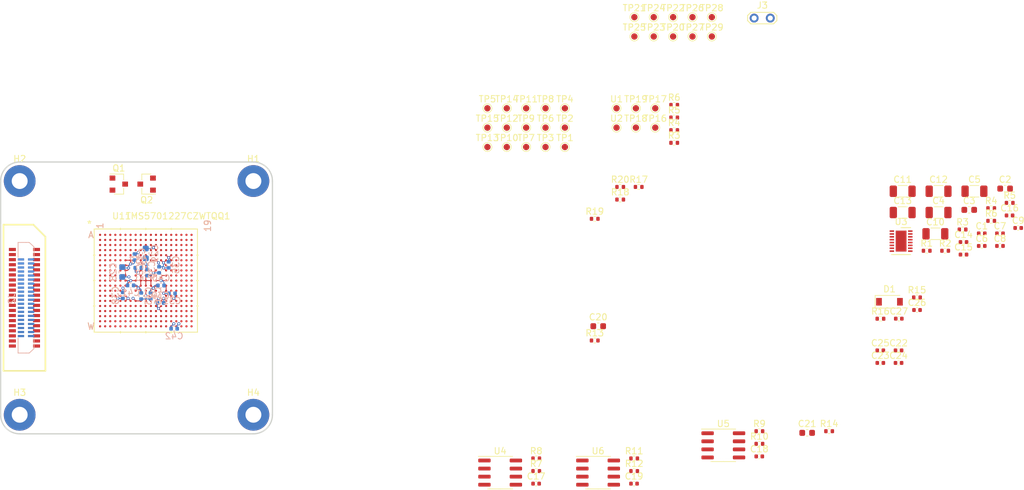
<source format=kicad_pcb>
(kicad_pcb (version 20171130) (host pcbnew "(5.1.9)-1")
  (layers (0 F.Cu signal) (1 In1_GND.Cu power hide) (2 In2.Cu signal) (3 In3.Cu signal) (4 In4_GND.Cu power hide) (31 B.Cu signal) (34 B.Paste user) (35 F.Paste user) (36 B.SilkS user hide) (37 F.SilkS user hide) (38 B.Mask user) (39 F.Mask user) (44 Edge.Cuts user))
  (net 0 "")
  (net 1 OBC_3V3)
  (net 2 GND)
  (net 3 "Net-(C4-Pad2)")
  (net 4 "Net-(C8-Pad2)")
  (net 5 OBC_1V2_P)
  (net 6 "Net-(C9-Pad2)")
  (net 7 OBC_1V2_R)
  (net 8 "Net-(C14-Pad2)")
  (net 9 "Net-(C15-Pad2)")
  (net 10 OBC_RTC_Vbackup)
  (net 11 OBC_5V)
  (net 12 /TMS570_uC/OBC_I2C_SDA)
  (net 13 /TMS570_uC/OBC_I2C_SCL)
  (net 14 /Connectors/ADS_nRST)
  (net 15 /CAN_XCVR_PL/CAN_H_PL)
  (net 16 /CAN_XCVR_PL/CAN_L_PL)
  (net 17 /CAN_XCVR_R/CAN_H_PL)
  (net 18 /CAN_XCVR_R/CAN_L_PL)
  (net 19 /Connectors/CAN_H_PA)
  (net 20 /Connectors/CAN_L_PA)
  (net 21 /Connectors/GPS_STS)
  (net 22 /Connectors/GPS_P1PPS)
  (net 23 /Connectors/GPS_RXD0)
  (net 24 /TMS570_uC/GPD_TXD0)
  (net 25 PAYLOAD_3V3)
  (net 26 PAYLOAD_5V)
  (net 27 "Net-(R7-Pad2)")
  (net 28 /CAN_XCVR_PL/CAN_PL_Rs)
  (net 29 "Net-(R9-Pad2)")
  (net 30 /CAN_XCVR_R/CAN_PL_Rs)
  (net 31 /TMS570_uC/CAN_PA_Rs)
  (net 32 "Net-(R11-Pad2)")
  (net 33 /FRAM_1/FRAM_1_CIPO)
  (net 34 "Net-(R13-Pad2)")
  (net 35 "Net-(R14-Pad2)")
  (net 36 /FL_1/FL_1_SO_IO1)
  (net 37 /Supervisor_RTC_FRAM/SPVSR_CIPO)
  (net 38 "Net-(R15-Pad2)")
  (net 39 /Supervisor_RTC_FRAM/SPVSR_ACS)
  (net 40 /TMS570_uC/JTAG_nTRST)
  (net 41 /TMS570_uC/uC_nRST)
  (net 42 /Power/GATE_2)
  (net 43 /Power/OBC_1V2_R_PG)
  (net 44 /Power/OBC_1V2_P_PG)
  (net 45 /Power/GATE_1)
  (net 46 /CAN_XCVR_PL/CAN_PL_D)
  (net 47 /CAN_XCVR_PL/CAN_PL_R)
  (net 48 "Net-(U4-Pad5)")
  (net 49 "Net-(U5-Pad5)")
  (net 50 /CAN_XCVR_R/CAN_PL_R)
  (net 51 /CAN_XCVR_R/CAN_PL_D)
  (net 52 /TMS570_uC/CAN_PA_D)
  (net 53 /TMS570_uC/CAN_PA_R)
  (net 54 "Net-(U6-Pad5)")
  (net 55 "Net-(U11-PadW17)")
  (net 56 "Net-(U11-PadW14)")
  (net 57 "Net-(U11-PadW10)")
  (net 58 "Net-(U11-PadW9)")
  (net 59 "Net-(U11-PadW8)")
  (net 60 /Supervisor_RTC_FRAM/SPVSR_nRST)
  (net 61 "Net-(U11-PadW6)")
  (net 62 "Net-(U11-PadW5)")
  (net 63 "Net-(U11-PadW3)")
  (net 64 "Net-(U11-PadV18)")
  (net 65 "Net-(U11-PadV17)")
  (net 66 "Net-(U11-PadV16)")
  (net 67 "Net-(U11-PadV15)")
  (net 68 "Net-(U11-PadV14)")
  (net 69 "Net-(U11-PadV13)")
  (net 70 "Net-(U11-PadV10)")
  (net 71 "Net-(U11-PadV9)")
  (net 72 "Net-(U11-PadV8)")
  (net 73 "Net-(U11-PadV7)")
  (net 74 "Net-(U11-PadV6)")
  (net 75 "Net-(U11-PadV5)")
  (net 76 "Net-(U11-PadV2)")
  (net 77 "Net-(U11-PadU19)")
  (net 78 "Net-(U11-PadU18)")
  (net 79 "Net-(U11-PadU17)")
  (net 80 "Net-(U11-PadU16)")
  (net 81 "Net-(U11-PadU15)")
  (net 82 "Net-(U11-PadU14)")
  (net 83 "Net-(U11-PadU13)")
  (net 84 /TMS570_uC/JTAG_TEST)
  (net 85 "Net-(U11-PadU1)")
  (net 86 "Net-(U11-PadT19)")
  (net 87 "Net-(U11-PadT18)")
  (net 88 "Net-(U11-PadT17)")
  (net 89 "Net-(U11-PadT16)")
  (net 90 "Net-(U11-PadT15)")
  (net 91 "Net-(U11-PadT12)")
  (net 92 "Net-(U11-PadT1)")
  (net 93 "Net-(U11-PadR19)")
  (net 94 "Net-(U11-PadR18)")
  (net 95 "Net-(U11-PadR17)")
  (net 96 "Net-(U11-PadR16)")
  (net 97 "Net-(U11-PadR9)")
  (net 98 /TMS570_uC/DQ15)
  (net 99 /TMS570_uC/DQ14)
  (net 100 /TMS570_uC/DQ13)
  (net 101 /TMS570_uC/DQ12)
  (net 102 /SDRAM_1/SDRAM_1_nCAS)
  (net 103 /SDRAM_1/SDRAM_1_nRAS)
  (net 104 "Net-(U11-PadR2)")
  (net 105 "Net-(U11-PadP19)")
  (net 106 "Net-(U11-PadP18)")
  (net 107 /TMS570_uC/DQ11)
  (net 108 "Net-(U11-PadP3)")
  (net 109 "Net-(U11-PadP2)")
  (net 110 "Net-(U11-PadP1)")
  (net 111 "Net-(U11-PadN19)")
  (net 112 /SDRAM_1/SDRAM_1_nCS)
  (net 113 /TMS570_uC/DQ3)
  (net 114 /TMS570_uC/DQ10)
  (net 115 /FRAM_1/FRAM_1_nCS)
  (net 116 "Net-(U11-PadN2)")
  (net 117 "Net-(U11-PadM17)")
  (net 118 /TMS570_uC/DQ2)
  (net 119 /TMS570_uC/DQ9)
  (net 120 "Net-(U11-PadM3)")
  (net 121 "Net-(U11-PadM2)")
  (net 122 "Net-(U11-PadM1)")
  (net 123 "Net-(U11-PadL17)")
  (net 124 /TMS570_uC/DQ1)
  (net 125 /TMS570_uC/DQ8)
  (net 126 /SDRAM_1/SDRAM_1_CKE)
  (net 127 "Net-(U11-PadL2)")
  (net 128 "Net-(U11-PadL1)")
  (net 129 "Net-(U11-PadK18)")
  (net 130 "Net-(U11-PadK17)")
  (net 131 /TMS570_uC/DQ0)
  (net 132 /TMS570_uC/DQ7)
  (net 133 /SDRAM_1/SDRAM_1_CLK)
  (net 134 "Net-(U11-PadK2)")
  (net 135 /TMS570_uC/uC_OSC_IN)
  (net 136 /Supervisor_RTC_FRAM/SPVSR_COPI)
  (net 137 "Net-(U11-PadJ17)")
  (net 138 "Net-(U11-PadJ5)")
  (net 139 "Net-(U11-PadJ4)")
  (net 140 "Net-(U11-PadJ3)")
  (net 141 /Supervisor_RTC_FRAM/SPVSR_CNT)
  (net 142 "Net-(U11-PadJ1)")
  (net 143 /Supervisor_RTC_FRAM/SPVSR_CLK)
  (net 144 "Net-(U11-PadH18)")
  (net 145 "Net-(U11-PadH17)")
  (net 146 "Net-(U11-PadH16)")
  (net 147 "Net-(U11-PadH5)")
  (net 148 "Net-(U11-PadH4)")
  (net 149 /FL_1/FL_1_nHOLD_IO3)
  (net 150 "Net-(U11-PadG19)")
  (net 151 "Net-(U11-PadG17)")
  (net 152 "Net-(U11-PadG16)")
  (net 153 /TMS570_uC/DQ6)
  (net 154 /FL_1/FL_1_nCS2)
  (net 155 "Net-(U11-PadG2)")
  (net 156 /FL_1/FL_1_SI_IO0)
  (net 157 /FL_1/FL_1_CLK)
  (net 158 /TMS570_uC/DQ5)
  (net 159 /FL_1/FL_1_nCS1)
  (net 160 /FL_1/FL_1_nRESET)
  (net 161 "Net-(U11-PadF1)")
  (net 162 /Supervisor_RTC_FRAM/SPVSR_nCS)
  (net 163 "Net-(U11-PadE18)")
  (net 164 "Net-(U11-PadE17)")
  (net 165 "Net-(U11-PadE16)")
  (net 166 /TMS570_uC/BA0)
  (net 167 "Net-(U11-PadE12)")
  (net 168 /SDRAM_1/SDRAM_1_DQMH)
  (net 169 /SDRAM_1/SDRAM_1_DQML)
  (net 170 /TMS570_uC/A5)
  (net 171 /TMS570_uC/A4)
  (net 172 /TMS570_uC/A3)
  (net 173 /TMS570_uC/A2)
  (net 174 /TMS570_uC/DQ4)
  (net 175 "Net-(U11-PadE3)")
  (net 176 /FRAM_1/FRAM_1_CLK)
  (net 177 "Net-(U11-PadE1)")
  (net 178 "Net-(U11-PadD19)")
  (net 179 /SDRAM_1/SDRAM_1_nWE)
  (net 180 /TMS570_uC/BA1)
  (net 181 /TMS570_uC/A1)
  (net 182 /TMS570_uC/A0)
  (net 183 "Net-(U11-PadD3)")
  (net 184 /FRAM_1/FRAM_1_COPI)
  (net 185 /TMS570_uC/JTAG_TMS)
  (net 186 /TMS570_uC/JTAG_TDO)
  (net 187 /TMS570_uC/A12)
  (net 188 /TMS570_uC/A11)
  (net 189 /TMS570_uC/A10)
  (net 190 /TMS570_uC/A9)
  (net 191 /TMS570_uC/A8)
  (net 192 /TMS570_uC/A7)
  (net 193 /TMS570_uC/A6)
  (net 194 /TMS570_uC/JTAG_TCK)
  (net 195 "Net-(U11-PadB16)")
  (net 196 "Net-(U11-PadB15)")
  (net 197 "Net-(U11-PadB14)")
  (net 198 "Net-(U11-PadB13)")
  (net 199 "Net-(U11-PadB12)")
  (net 200 "Net-(U11-PadB11)")
  (net 201 "Net-(U11-PadB9)")
  (net 202 "Net-(U11-PadB8)")
  (net 203 "Net-(U11-PadB6)")
  (net 204 "Net-(U11-PadB4)")
  (net 205 "Net-(U11-PadB3)")
  (net 206 /TMS570_uC/JTAG_TDI)
  (net 207 /TMS570_uC/JTAG_RTCK)
  (net 208 "Net-(U11-PadA15)")
  (net 209 "Net-(U11-PadA14)")
  (net 210 "Net-(U11-PadA13)")
  (net 211 "Net-(U11-PadA12)")
  (net 212 "Net-(U11-PadA11)")
  (net 213 "Net-(U11-PadA8)")
  (net 214 "Net-(U11-PadA4)")
  (net 215 "Net-(U11-PadA3)")
  (net 216 /Connectors/GPS_nRST)
  (net 217 OBC_1V25_P)
  (net 218 OBC_1V25)
  (net 219 /TMS570_uC/OBC_1V25_R_PG)
  (net 220 /TMS570_uC/OBC_1V25_P_PG)
  (module TFT_TestPoints:TP_RDPad_D1.0mm (layer F.Cu) (at 200.8883 51.7382)
    (fp_text reference TP29 (at 0 -1.448) (layer F.SilkS))
    (fp_text value TEST-POINT)
    (pad 1 smd circle (at 0 0) (size 1 1) (layers F.Cu F.Mask) (net 13 /TMS570_uC/OBC_I2C_SCL))
  )
  (module TFT_TestPoints:TP_RDPad_D1.0mm (layer F.Cu) (at 200.8883 48.6882)
    (fp_text reference TP28 (at 0 -1.448) (layer F.SilkS))
    (fp_text value TEST-POINT)
    (pad 1 smd circle (at 0 0) (size 1 1) (layers F.Cu F.Mask) (net 12 /TMS570_uC/OBC_I2C_SDA))
  )
  (module TFT_TestPoints:TP_RDPad_D1.0mm (layer F.Cu) (at 197.8383 51.7382)
    (fp_text reference TP27 (at 0 -1.448) (layer F.SilkS))
    (fp_text value TEST-POINT)
    (pad 1 smd circle (at 0 0) (size 1 1) (layers F.Cu F.Mask) (net 60 /Supervisor_RTC_FRAM/SPVSR_nRST))
  )
  (module TFT_TestPoints:TP_RDPad_D1.0mm (layer F.Cu) (at 197.8383 48.6882)
    (fp_text reference TP26 (at 0 -1.448) (layer F.SilkS))
    (fp_text value TEST-POINT)
    (pad 1 smd circle (at 0 0) (size 1 1) (layers F.Cu F.Mask) (net 1 OBC_3V3))
  )
  (module TFT_TestPoints:TP_RDPad_D1.0mm (layer F.Cu) (at 188.6883 51.7382)
    (fp_text reference TP25 (at 0 -1.448) (layer F.SilkS))
    (fp_text value TEST-POINT)
    (pad 1 smd circle (at 0 0) (size 1 1) (layers F.Cu F.Mask) (net 52 /TMS570_uC/CAN_PA_D))
  )
  (module TFT_TestPoints:TP_RDPad_D1.0mm (layer F.Cu) (at 191.7383 48.6882)
    (fp_text reference TP24 (at 0 -1.448) (layer F.SilkS))
    (fp_text value TEST-POINT)
    (pad 1 smd circle (at 0 0) (size 1 1) (layers F.Cu F.Mask) (net 47 /CAN_XCVR_PL/CAN_PL_R))
  )
  (module TFT_TestPoints:TP_RDPad_D1.0mm (layer F.Cu) (at 191.7383 51.7382)
    (fp_text reference TP23 (at 0 -1.448) (layer F.SilkS))
    (fp_text value TEST-POINT)
    (pad 1 smd circle (at 0 0) (size 1 1) (layers F.Cu F.Mask) (net 53 /TMS570_uC/CAN_PA_R))
  )
  (module TFT_TestPoints:TP_RDPad_D1.0mm (layer F.Cu) (at 194.7883 48.6882)
    (fp_text reference TP22 (at 0 -1.448) (layer F.SilkS))
    (fp_text value TEST-POINT)
    (pad 1 smd circle (at 0 0) (size 1 1) (layers F.Cu F.Mask) (net 46 /CAN_XCVR_PL/CAN_PL_D))
  )
  (module TFT_TestPoints:TP_RDPad_D1.0mm (layer F.Cu) (at 188.6883 48.6882)
    (fp_text reference TP21 (at 0 -1.448) (layer F.SilkS))
    (fp_text value TEST-POINT)
    (pad 1 smd circle (at 0 0) (size 1 1) (layers F.Cu F.Mask) (net 51 /CAN_XCVR_R/CAN_PL_D))
  )
  (module TFT_TestPoints:TP_RDPad_D1.0mm (layer F.Cu) (at 194.7883 51.7382)
    (fp_text reference TP20 (at 0 -1.448) (layer F.SilkS))
    (fp_text value TEST-POINT)
    (pad 1 smd circle (at 0 0) (size 1 1) (layers F.Cu F.Mask) (net 50 /CAN_XCVR_R/CAN_PL_R))
  )
  (module TFT_TestPoints:TP_RDPad_D1.0mm (layer F.Cu) (at 188.9283 63.0382)
    (fp_text reference TP19 (at 0 -1.448) (layer F.SilkS))
    (fp_text value TEST-POINT)
    (pad 1 smd circle (at 0 0) (size 1 1) (layers F.Cu F.Mask) (net 218 OBC_1V25))
  )
  (module TFT_TestPoints:TP_RDPad_D1.0mm (layer F.Cu) (at 188.9283 66.0882)
    (fp_text reference TP18 (at 0 -1.448) (layer F.SilkS))
    (fp_text value TEST-POINT)
    (pad 1 smd circle (at 0 0) (size 1 1) (layers F.Cu F.Mask) (net 7 OBC_1V2_R))
  )
  (module TFT_TestPoints:TP_RDPad_D1.0mm (layer F.Cu) (at 191.9783 63.0382)
    (fp_text reference TP17 (at 0 -1.448) (layer F.SilkS))
    (fp_text value TEST-POINT)
    (pad 1 smd circle (at 0 0) (size 1 1) (layers F.Cu F.Mask) (net 217 OBC_1V25_P))
  )
  (module TFT_TestPoints:TP_RDPad_D1.0mm (layer F.Cu) (at 191.9783 66.0882)
    (fp_text reference TP16 (at 0 -1.448) (layer F.SilkS))
    (fp_text value TEST-POINT)
    (pad 1 smd circle (at 0 0) (size 1 1) (layers F.Cu F.Mask) (net 3 "Net-(C4-Pad2)"))
  )
  (module TFT_TestPoints:TP_RDPad_D1.0mm (layer F.Cu) (at 165.5483 66.0882)
    (fp_text reference TP15 (at 0 -1.448) (layer F.SilkS))
    (fp_text value TEST-POINT)
    (pad 1 smd circle (at 0 0) (size 1 1) (layers F.Cu F.Mask) (net 2 GND))
  )
  (module TFT_TestPoints:TP_RDPad_D1.0mm (layer F.Cu) (at 168.5983 63.0382)
    (fp_text reference TP14 (at 0 -1.448) (layer F.SilkS))
    (fp_text value TEST-POINT)
    (pad 1 smd circle (at 0 0) (size 1 1) (layers F.Cu F.Mask) (net 2 GND))
  )
  (module TFT_TestPoints:TP_RDPad_D1.0mm (layer F.Cu) (at 165.5483 69.1382)
    (fp_text reference TP13 (at 0 -1.448) (layer F.SilkS))
    (fp_text value TEST-POINT)
    (pad 1 smd circle (at 0 0) (size 1 1) (layers F.Cu F.Mask) (net 2 GND))
  )
  (module TFT_TestPoints:TP_RDPad_D1.0mm (layer F.Cu) (at 168.5983 66.0882)
    (fp_text reference TP12 (at 0 -1.448) (layer F.SilkS))
    (fp_text value TEST-POINT)
    (pad 1 smd circle (at 0 0) (size 1 1) (layers F.Cu F.Mask) (net 2 GND))
  )
  (module TFT_TestPoints:TP_RDPad_D1.0mm (layer F.Cu) (at 171.6483 63.0382)
    (fp_text reference TP11 (at 0 -1.448) (layer F.SilkS))
    (fp_text value TEST-POINT)
    (pad 1 smd circle (at 0 0) (size 1 1) (layers F.Cu F.Mask) (net 2 GND))
  )
  (module TFT_TestPoints:TP_RDPad_D1.0mm (layer F.Cu) (at 168.5983 69.1382)
    (fp_text reference TP10 (at 0 -1.448) (layer F.SilkS))
    (fp_text value TEST-POINT)
    (pad 1 smd circle (at 0 0) (size 1 1) (layers F.Cu F.Mask) (net 2 GND))
  )
  (module TFT_TestPoints:TP_RDPad_D1.0mm (layer F.Cu) (at 171.6483 66.0882)
    (fp_text reference TP9 (at 0 -1.448) (layer F.SilkS))
    (fp_text value TEST-POINT)
    (pad 1 smd circle (at 0 0) (size 1 1) (layers F.Cu F.Mask) (net 2 GND))
  )
  (module TFT_TestPoints:TP_RDPad_D1.0mm (layer F.Cu) (at 174.6983 63.0382)
    (fp_text reference TP8 (at 0 -1.448) (layer F.SilkS))
    (fp_text value TEST-POINT)
    (pad 1 smd circle (at 0 0) (size 1 1) (layers F.Cu F.Mask) (net 2 GND))
  )
  (module TFT_TestPoints:TP_RDPad_D1.0mm (layer F.Cu) (at 171.6483 69.1382)
    (fp_text reference TP7 (at 0 -1.448) (layer F.SilkS))
    (fp_text value TEST-POINT)
    (pad 1 smd circle (at 0 0) (size 1 1) (layers F.Cu F.Mask) (net 185 /TMS570_uC/JTAG_TMS))
  )
  (module TFT_TestPoints:TP_RDPad_D1.0mm (layer F.Cu) (at 174.6983 66.0882)
    (fp_text reference TP6 (at 0 -1.448) (layer F.SilkS))
    (fp_text value TEST-POINT)
    (pad 1 smd circle (at 0 0) (size 1 1) (layers F.Cu F.Mask) (net 186 /TMS570_uC/JTAG_TDO))
  )
  (module TFT_TestPoints:TP_RDPad_D1.0mm (layer F.Cu) (at 165.5483 63.0382)
    (fp_text reference TP5 (at 0 -1.448) (layer F.SilkS))
    (fp_text value TEST-POINT)
    (pad 1 smd circle (at 0 0) (size 1 1) (layers F.Cu F.Mask) (net 194 /TMS570_uC/JTAG_TCK))
  )
  (module TFT_TestPoints:TP_RDPad_D1.0mm (layer F.Cu) (at 177.7483 63.0382)
    (fp_text reference TP4 (at 0 -1.448) (layer F.SilkS))
    (fp_text value TEST-POINT)
    (pad 1 smd circle (at 0 0) (size 1 1) (layers F.Cu F.Mask) (net 40 /TMS570_uC/JTAG_nTRST))
  )
  (module TFT_TestPoints:TP_RDPad_D1.0mm (layer F.Cu) (at 174.6983 69.1382)
    (fp_text reference TP3 (at 0 -1.448) (layer F.SilkS))
    (fp_text value TEST-POINT)
    (pad 1 smd circle (at 0 0) (size 1 1) (layers F.Cu F.Mask) (net 84 /TMS570_uC/JTAG_TEST))
  )
  (module TFT_TestPoints:TP_RDPad_D1.0mm (layer F.Cu) (at 177.7483 66.0882)
    (fp_text reference TP2 (at 0 -1.448) (layer F.SilkS))
    (fp_text value TEST-POINT)
    (pad 1 smd circle (at 0 0) (size 1 1) (layers F.Cu F.Mask) (net 206 /TMS570_uC/JTAG_TDI))
  )
  (module TFT_TestPoints:TP_RDPad_D1.0mm (layer F.Cu) (at 177.7483 69.1382)
    (fp_text reference TP1 (at 0 -1.448) (layer F.SilkS))
    (fp_text value TEST-POINT)
    (pad 1 smd circle (at 0 0) (size 1 1) (layers F.Cu F.Mask) (net 207 /TMS570_uC/JTAG_RTCK))
  )
  (module TFT_TestPoints:TP_2Pads_Pitch2.54mm_Drill0.8mm (layer F.Cu) (at 207.5483 48.8382)
    (fp_text reference J3 (at 1.3 -2) (layer F.SilkS))
    (fp_text value Conn_01x02_Female)
    (pad 1 thru_hole circle (at 0 0) (size 1.4 1.4) (drill 0.8) (layers *.Cu *.Mask) (net 2 GND))
    (pad 2 thru_hole circle (at 2.54 0) (size 1.4 1.4) (drill 0.8) (layers *.Cu *.Mask) (net 10 OBC_RTC_Vbackup))
  )
  (module TFT_connectors:ERF6-020-XX.X-X-DV-A-XX-K (layer B.Cu) (at 92.9 92.872 270)
    (fp_text reference J2 (at 0.1742 2.25 270) (layer B.SilkS) (effects (justify mirror)))
    (fp_text value ERF6-020-X)
    (pad "" np_thru_hole circle (at 7.435 0 270) (size 0.95 0.95) (drill 0.95) (layers *.Cu *.Mask))
    (pad "" np_thru_hole circle (at -7.435 0.47 270) (size 0.95 0.95) (drill 0.95) (layers *.Cu *.Mask))
    (pad 18 smd rect (at 4.7625 -0.8 270) (size 0.35 1) (layers B.Cu B.Paste B.Mask) (net 2 GND))
    (pad 20 smd rect (at 6.0325 -0.8 270) (size 0.35 1) (layers B.Cu B.Paste B.Mask) (net 18 /CAN_XCVR_R/CAN_L_PL))
    (pad 1 smd rect (at -6.0325 -0.8 270) (size 0.35 1) (layers B.Cu B.Paste B.Mask) (net 2 GND))
    (pad 14 smd rect (at 2.2225 -0.8 270) (size 0.35 1) (layers B.Cu B.Paste B.Mask) (net 2 GND))
    (pad 4 smd rect (at -4.1275 -0.8 270) (size 0.35 1) (layers B.Cu B.Paste B.Mask) (net 2 GND))
    (pad 17 smd rect (at 4.1275 -0.8 270) (size 0.35 1) (layers B.Cu B.Paste B.Mask) (net 2 GND))
    (pad 6 smd rect (at -2.8575 -0.8 270) (size 0.35 1) (layers B.Cu B.Paste B.Mask) (net 2 GND))
    (pad 19 smd rect (at 5.3975 -0.8 270) (size 0.35 1) (layers B.Cu B.Paste B.Mask) (net 17 /CAN_XCVR_R/CAN_H_PL))
    (pad 13 smd rect (at 1.5875 -0.8 270) (size 0.35 1) (layers B.Cu B.Paste B.Mask) (net 2 GND))
    (pad 7 smd rect (at -2.2225 -0.8 270) (size 0.35 1) (layers B.Cu B.Paste B.Mask) (net 2 GND))
    (pad 2 smd rect (at -5.3975 -0.8 270) (size 0.35 1) (layers B.Cu B.Paste B.Mask) (net 2 GND))
    (pad 8 smd rect (at -1.5875 -0.8 270) (size 0.35 1) (layers B.Cu B.Paste B.Mask) (net 2 GND))
    (pad 15 smd rect (at 2.8575 -0.8 270) (size 0.35 1) (layers B.Cu B.Paste B.Mask) (net 2 GND))
    (pad 5 smd rect (at -3.4925 -0.8 270) (size 0.35 1) (layers B.Cu B.Paste B.Mask) (net 2 GND))
    (pad 16 smd rect (at 3.4925 -0.8 270) (size 0.35 1) (layers B.Cu B.Paste B.Mask) (net 2 GND))
    (pad 12 smd rect (at 0.9525 -0.8 270) (size 0.35 1) (layers B.Cu B.Paste B.Mask) (net 2 GND))
    (pad 3 smd rect (at -4.7625 -0.8 270) (size 0.35 1) (layers B.Cu B.Paste B.Mask) (net 2 GND))
    (pad 9 smd rect (at -0.9525 -0.8 270) (size 0.35 1) (layers B.Cu B.Paste B.Mask) (net 2 GND))
    (pad 10 smd rect (at -0.3175 -0.8 270) (size 0.35 1) (layers B.Cu B.Paste B.Mask) (net 2 GND))
    (pad 11 smd rect (at 0.3175 -0.8 270) (size 0.35 1) (layers B.Cu B.Paste B.Mask) (net 2 GND))
    (pad 27 smd rect (at 2.2225 0.8 270) (size 0.35 1) (layers B.Cu B.Paste B.Mask) (net 2 GND))
    (pad 25 smd rect (at 3.4925 0.8 270) (size 0.35 1) (layers B.Cu B.Paste B.Mask) (net 2 GND))
    (pad 24 smd rect (at 4.1275 0.8 270) (size 0.35 1) (layers B.Cu B.Paste B.Mask) (net 20 /Connectors/CAN_L_PA))
    (pad 29 smd rect (at 0.9525 0.8 270) (size 0.35 1) (layers B.Cu B.Paste B.Mask) (net 2 GND))
    (pad 23 smd rect (at 4.7625 0.8 270) (size 0.35 1) (layers B.Cu B.Paste B.Mask) (net 19 /Connectors/CAN_H_PA))
    (pad 26 smd rect (at 2.8575 0.8 270) (size 0.35 1) (layers B.Cu B.Paste B.Mask) (net 2 GND))
    (pad 28 smd rect (at 1.5875 0.8 270) (size 0.35 1) (layers B.Cu B.Paste B.Mask) (net 2 GND))
    (pad 22 smd rect (at 5.3975 0.8 270) (size 0.35 1) (layers B.Cu B.Paste B.Mask) (net 2 GND))
    (pad 21 smd rect (at 6.0325 0.8 270) (size 0.35 1) (layers B.Cu B.Paste B.Mask) (net 2 GND))
    (pad 40 smd rect (at -6.0325 0.8 270) (size 0.35 1) (layers B.Cu B.Paste B.Mask) (net 26 PAYLOAD_5V))
    (pad 39 smd rect (at -5.3975 0.8 270) (size 0.35 1) (layers B.Cu B.Paste B.Mask) (net 26 PAYLOAD_5V))
    (pad 38 smd rect (at -4.7625 0.8 270) (size 0.35 1) (layers B.Cu B.Paste B.Mask) (net 2 GND))
    (pad 37 smd rect (at -4.1275 0.8 270) (size 0.35 1) (layers B.Cu B.Paste B.Mask) (net 2 GND))
    (pad 36 smd rect (at -3.4925 0.8 270) (size 0.35 1) (layers B.Cu B.Paste B.Mask) (net 25 PAYLOAD_3V3))
    (pad 35 smd rect (at -2.8575 0.8 270) (size 0.35 1) (layers B.Cu B.Paste B.Mask) (net 25 PAYLOAD_3V3))
    (pad 34 smd rect (at -2.2225 0.8 270) (size 0.35 1) (layers B.Cu B.Paste B.Mask) (net 2 GND))
    (pad 33 smd rect (at -1.5875 0.8 270) (size 0.35 1) (layers B.Cu B.Paste B.Mask) (net 2 GND))
    (pad 32 smd rect (at -0.9525 0.8 270) (size 0.35 1) (layers B.Cu B.Paste B.Mask) (net 2 GND))
    (pad 31 smd rect (at -0.3175 0.8 270) (size 0.35 1) (layers B.Cu B.Paste B.Mask) (net 2 GND))
    (pad 30 smd rect (at 0.3175 0.8 270) (size 0.35 1) (layers B.Cu B.Paste B.Mask) (net 2 GND))
  )
  (module TFT_connectors:ERM8-020-XX.X-X-DV (layer F.Cu) (at 92.65 92.875 270)
    (fp_text reference J1 (at -8.955 4.572 270) (layer F.SilkS) (effects (font (size 0.8 0.8) (thickness 0.015))))
    (fp_text value ERM8-020-X)
    (pad 1 smd rect (at -7.6 -1.9 270) (size 0.5 1.1) (layers F.Cu F.Paste F.Mask) (net 1 OBC_3V3))
    (pad 40 smd rect (at -7.6 1.9 270) (size 0.5 1.1) (layers F.Cu F.Paste F.Mask) (net 26 PAYLOAD_5V))
    (pad 2 smd rect (at -6.8 -1.9 270) (size 0.5 1.1) (layers F.Cu F.Paste F.Mask) (net 1 OBC_3V3))
    (pad 39 smd rect (at -6.8 1.9 270) (size 0.5 1.1) (layers F.Cu F.Paste F.Mask) (net 26 PAYLOAD_5V))
    (pad 3 smd rect (at -6 -1.9 270) (size 0.5 1.1) (layers F.Cu F.Paste F.Mask) (net 2 GND))
    (pad 38 smd rect (at -6 1.9 270) (size 0.5 1.1) (layers F.Cu F.Paste F.Mask) (net 2 GND))
    (pad 4 smd rect (at -5.2 -1.9 270) (size 0.5 1.1) (layers F.Cu F.Paste F.Mask) (net 2 GND))
    (pad 37 smd rect (at -5.2 1.9 270) (size 0.5 1.1) (layers F.Cu F.Paste F.Mask) (net 2 GND))
    (pad 5 smd rect (at -4.4 -1.9 270) (size 0.5 1.1) (layers F.Cu F.Paste F.Mask) (net 11 OBC_5V))
    (pad 36 smd rect (at -4.4 1.9 270) (size 0.5 1.1) (layers F.Cu F.Paste F.Mask) (net 25 PAYLOAD_3V3))
    (pad 6 smd rect (at -3.6 -1.9 270) (size 0.5 1.1) (layers F.Cu F.Paste F.Mask) (net 11 OBC_5V))
    (pad 35 smd rect (at -3.6 1.9 270) (size 0.5 1.1) (layers F.Cu F.Paste F.Mask) (net 25 PAYLOAD_3V3))
    (pad 7 smd rect (at -2.8 -1.9 270) (size 0.5 1.1) (layers F.Cu F.Paste F.Mask) (net 2 GND))
    (pad 34 smd rect (at -2.8 1.9 270) (size 0.5 1.1) (layers F.Cu F.Paste F.Mask) (net 2 GND))
    (pad 8 smd rect (at -2 -1.9 270) (size 0.5 1.1) (layers F.Cu F.Paste F.Mask) (net 2 GND))
    (pad 33 smd rect (at -2 1.9 270) (size 0.5 1.1) (layers F.Cu F.Paste F.Mask) (net 2 GND))
    (pad 9 smd rect (at -1.2 -1.9 270) (size 0.5 1.1) (layers F.Cu F.Paste F.Mask) (net 12 /TMS570_uC/OBC_I2C_SDA))
    (pad 32 smd rect (at -1.2 1.9 270) (size 0.5 1.1) (layers F.Cu F.Paste F.Mask) (net 24 /TMS570_uC/GPD_TXD0))
    (pad 10 smd rect (at -0.4 -1.9 270) (size 0.5 1.1) (layers F.Cu F.Paste F.Mask) (net 13 /TMS570_uC/OBC_I2C_SCL))
    (pad 31 smd rect (at -0.4 1.9 270) (size 0.5 1.1) (layers F.Cu F.Paste F.Mask) (net 23 /Connectors/GPS_RXD0))
    (pad 11 smd rect (at 0.4 -1.9 270) (size 0.5 1.1) (layers F.Cu F.Paste F.Mask) (net 14 /Connectors/ADS_nRST))
    (pad 30 smd rect (at 0.4 1.9 270) (size 0.5 1.1) (layers F.Cu F.Paste F.Mask) (net 216 /Connectors/GPS_nRST))
    (pad 12 smd rect (at 1.2 -1.9 270) (size 0.5 1.1) (layers F.Cu F.Paste F.Mask) (net 2 GND))
    (pad 29 smd rect (at 1.2 1.9 270) (size 0.5 1.1) (layers F.Cu F.Paste F.Mask) (net 22 /Connectors/GPS_P1PPS))
    (pad 13 smd rect (at 2 -1.9 270) (size 0.5 1.1) (layers F.Cu F.Paste F.Mask) (net 2 GND))
    (pad 28 smd rect (at 2 1.9 270) (size 0.5 1.1) (layers F.Cu F.Paste F.Mask) (net 21 /Connectors/GPS_STS))
    (pad 14 smd rect (at 2.8 -1.9 270) (size 0.5 1.1) (layers F.Cu F.Paste F.Mask) (net 2 GND))
    (pad 27 smd rect (at 2.8 1.9 270) (size 0.5 1.1) (layers F.Cu F.Paste F.Mask) (net 2 GND))
    (pad 15 smd rect (at 3.6 -1.9 270) (size 0.5 1.1) (layers F.Cu F.Paste F.Mask) (net 15 /CAN_XCVR_PL/CAN_H_PL))
    (pad 26 smd rect (at 3.6 1.9 270) (size 0.5 1.1) (layers F.Cu F.Paste F.Mask) (net 2 GND))
    (pad 16 smd rect (at 4.4 -1.9 270) (size 0.5 1.1) (layers F.Cu F.Paste F.Mask) (net 16 /CAN_XCVR_PL/CAN_L_PL))
    (pad 25 smd rect (at 4.4 1.9 270) (size 0.5 1.1) (layers F.Cu F.Paste F.Mask) (net 2 GND))
    (pad 17 smd rect (at 5.2 -1.9 270) (size 0.5 1.1) (layers F.Cu F.Paste F.Mask) (net 2 GND))
    (pad 24 smd rect (at 5.2 1.9 270) (size 0.5 1.1) (layers F.Cu F.Paste F.Mask) (net 20 /Connectors/CAN_L_PA))
    (pad 18 smd rect (at 6 -1.9 270) (size 0.5 1.1) (layers F.Cu F.Paste F.Mask) (net 2 GND))
    (pad 23 smd rect (at 6 1.9 270) (size 0.5 1.1) (layers F.Cu F.Paste F.Mask) (net 19 /Connectors/CAN_H_PA))
    (pad 19 smd rect (at 6.8 -1.9 270) (size 0.5 1.1) (layers F.Cu F.Paste F.Mask) (net 17 /CAN_XCVR_R/CAN_H_PL))
    (pad 22 smd rect (at 6.8 1.9 270) (size 0.5 1.1) (layers F.Cu F.Paste F.Mask) (net 2 GND))
    (pad 20 smd rect (at 7.6 -1.9 270) (size 0.5 1.1) (layers F.Cu F.Paste F.Mask) (net 18 /CAN_XCVR_R/CAN_L_PL))
    (pad 21 smd rect (at 7.6 1.9 270) (size 0.5 1.1) (layers F.Cu F.Paste F.Mask) (net 2 GND))
    (pad None np_thru_hole circle (at -9.4 1.5 270) (size 1.45 1.45) (drill 1.45) (layers *.Cu *.Mask))
    (pad None np_thru_hole circle (at 9.4 1.5 270) (size 1.45 1.45) (drill 1.45) (layers *.Cu *.Mask))
  )
  (module TFT_TestPoints:TestPoint_Pad_D1.0mm (layer F.Cu) (at 185.8783 66.0882)
    (fp_text reference U2 (at 0 -1.448) (layer F.SilkS))
    (fp_text value TPS62850x-Q1)
    (pad 1 smd circle (at 0 0) (size 1 1) (layers F.Cu F.Mask) (net 1 OBC_3V3))
  )
  (module TFT_TestPoints:TestPoint_Pad_D1.0mm (layer F.Cu) (at 185.8783 63.0382)
    (fp_text reference U1 (at 0 -1.448) (layer F.SilkS))
    (fp_text value TPS62850x-Q1)
    (pad 1 smd circle (at 0 0) (size 1 1) (layers F.Cu F.Mask) (net 1 OBC_3V3))
  )
  (module Resistor_SMD:R_0402_1005Metric (layer F.Cu) (at 194.9583 62.5082)
    (fp_text reference R6 (at 0 -1.17) (layer F.SilkS))
    (fp_text value 15K-50V-0402-1%)
    (pad 2 smd roundrect (at 0.51 0) (size 0.54 0.64) (layers F.Cu F.Paste F.Mask) (net 2 GND))
    (pad 1 smd roundrect (at -0.51 0) (size 0.54 0.64) (layers F.Cu F.Paste F.Mask) (net 6 "Net-(C9-Pad2)"))
  )
  (module Resistor_SMD:R_0402_1005Metric (layer F.Cu) (at 194.9583 64.4982)
    (fp_text reference R5 (at 0 -1.17) (layer F.SilkS))
    (fp_text value 16K2-50V-0402-1%)
    (pad 2 smd roundrect (at 0.51 0) (size 0.54 0.64) (layers F.Cu F.Paste F.Mask) (net 6 "Net-(C9-Pad2)"))
    (pad 1 smd roundrect (at -0.51 0) (size 0.54 0.64) (layers F.Cu F.Paste F.Mask) (net 7 OBC_1V2_R))
  )
  (module Resistor_SMD:R_0402_1005Metric (layer F.Cu) (at 194.9583 66.4882)
    (fp_text reference R4 (at 0 -1.17) (layer F.SilkS))
    (fp_text value 15K-50V-0402-1%)
    (pad 2 smd roundrect (at 0.51 0) (size 0.54 0.64) (layers F.Cu F.Paste F.Mask) (net 2 GND))
    (pad 1 smd roundrect (at -0.51 0) (size 0.54 0.64) (layers F.Cu F.Paste F.Mask) (net 4 "Net-(C8-Pad2)"))
  )
  (module Resistor_SMD:R_0402_1005Metric (layer F.Cu) (at 194.9583 68.4782)
    (fp_text reference R3 (at 0 -1.17) (layer F.SilkS))
    (fp_text value 16K2-50V-0402-1%)
    (pad 2 smd roundrect (at 0.51 0) (size 0.54 0.64) (layers F.Cu F.Paste F.Mask) (net 4 "Net-(C8-Pad2)"))
    (pad 1 smd roundrect (at -0.51 0) (size 0.54 0.64) (layers F.Cu F.Paste F.Mask) (net 217 OBC_1V25_P))
  )
  (module Capacitor_SMD:C_0402_1005Metric (layer F.Cu) (at 243.385001 82.745001)
    (fp_text reference C1 (at 0 -1.16) (layer F.SilkS))
    (fp_text value 100n-10V-0402-5%-CER)
    (pad 1 smd roundrect (at -0.48 0) (size 0.56 0.62) (layers F.Cu F.Paste F.Mask) (net 1 OBC_3V3))
    (pad 2 smd roundrect (at 0.48 0) (size 0.56 0.62) (layers F.Cu F.Paste F.Mask) (net 2 GND))
  )
  (module Capacitor_SMD:C_0603_1608Metric (layer F.Cu) (at 247.065001 75.685001)
    (fp_text reference C2 (at 0 -1.43) (layer F.SilkS))
    (fp_text value 1u-10V-0603-10%-CER)
    (pad 2 smd roundrect (at 0.775 0) (size 0.9 0.95) (layers F.Cu F.Paste F.Mask) (net 2 GND))
    (pad 1 smd roundrect (at -0.775 0) (size 0.9 0.95) (layers F.Cu F.Paste F.Mask) (net 1 OBC_3V3))
  )
  (module Capacitor_SMD:C_0603_1608Metric (layer F.Cu) (at 241.415001 79.035001)
    (fp_text reference C3 (at 0 -1.43) (layer F.SilkS))
    (fp_text value 1u-10V-0603-10%-CER)
    (pad 1 smd roundrect (at -0.775 0) (size 0.9 0.95) (layers F.Cu F.Paste F.Mask) (net 1 OBC_3V3))
    (pad 2 smd roundrect (at 0.775 0) (size 0.9 0.95) (layers F.Cu F.Paste F.Mask) (net 2 GND))
  )
  (module Capacitor_SMD:C_1206_3216Metric (layer F.Cu) (at 236.585001 79.455001)
    (fp_text reference C4 (at 0 -1.85) (layer F.SilkS))
    (fp_text value 10u-10V-1206-10%-TANT)
    (pad 1 smd roundrect (at -1.475 0) (size 1.15 1.8) (layers F.Cu F.Paste F.Mask) (roundrect_rratio 0.217391) (net 1 OBC_3V3))
    (pad 2 smd roundrect (at 1.475 0) (size 1.15 1.8) (layers F.Cu F.Paste F.Mask) (roundrect_rratio 0.217391) (net 3 "Net-(C4-Pad2)"))
  )
  (module Capacitor_SMD:C_1206_3216Metric (layer F.Cu) (at 242.235001 76.105001)
    (fp_text reference C5 (at 0 -1.85) (layer F.SilkS))
    (fp_text value 10u-10V-1206-10%-TANT)
    (pad 2 smd roundrect (at 1.475 0) (size 1.15 1.8) (layers F.Cu F.Paste F.Mask) (roundrect_rratio 0.217391) (net 2 GND))
    (pad 1 smd roundrect (at -1.475 0) (size 1.15 1.8) (layers F.Cu F.Paste F.Mask) (roundrect_rratio 0.217391) (net 3 "Net-(C4-Pad2)"))
  )
  (module Capacitor_SMD:C_0402_1005Metric (layer F.Cu) (at 243.385001 84.715001)
    (fp_text reference C6 (at 0 -1.16) (layer F.SilkS))
    (fp_text value 100n-10V-0402-5%-CER)
    (pad 1 smd roundrect (at -0.48 0) (size 0.56 0.62) (layers F.Cu F.Paste F.Mask) (net 1 OBC_3V3))
    (pad 2 smd roundrect (at 0.48 0) (size 0.56 0.62) (layers F.Cu F.Paste F.Mask) (net 2 GND))
  )
  (module Capacitor_SMD:C_0402_1005Metric (layer F.Cu) (at 246.255001 82.745001)
    (fp_text reference C7 (at 0 -1.16) (layer F.SilkS))
    (fp_text value 100n-10V-0402-5%-CER)
    (pad 1 smd roundrect (at -0.48 0) (size 0.56 0.62) (layers F.Cu F.Paste F.Mask) (net 1 OBC_3V3))
    (pad 2 smd roundrect (at 0.48 0) (size 0.56 0.62) (layers F.Cu F.Paste F.Mask) (net 2 GND))
  )
  (module Capacitor_SMD:C_0402_1005Metric (layer F.Cu) (at 246.255001 84.715001)
    (fp_text reference C8 (at 0 -1.16) (layer F.SilkS))
    (fp_text value 10p-50V-0402-0.5p-CER)
    (pad 2 smd roundrect (at 0.48 0) (size 0.56 0.62) (layers F.Cu F.Paste F.Mask) (net 4 "Net-(C8-Pad2)"))
    (pad 1 smd roundrect (at -0.48 0) (size 0.56 0.62) (layers F.Cu F.Paste F.Mask) (net 217 OBC_1V25_P))
  )
  (module Capacitor_SMD:C_0402_1005Metric (layer F.Cu) (at 249.125001 81.885001)
    (fp_text reference C9 (at 0 -1.16) (layer F.SilkS))
    (fp_text value 10p-50V-0402-0.5p-CER)
    (pad 2 smd roundrect (at 0.48 0) (size 0.56 0.62) (layers F.Cu F.Paste F.Mask) (net 6 "Net-(C9-Pad2)"))
    (pad 1 smd roundrect (at -0.48 0) (size 0.56 0.62) (layers F.Cu F.Paste F.Mask) (net 7 OBC_1V2_R))
  )
  (module Capacitor_SMD:C_1206_3216Metric (layer F.Cu) (at 236.085001 82.805001)
    (fp_text reference C10 (at 0 -1.85) (layer F.SilkS))
    (fp_text value 10u-10V-0603-10%-CER)
    (pad 2 smd roundrect (at 1.475 0) (size 1.15 1.8) (layers F.Cu F.Paste F.Mask) (roundrect_rratio 0.217391) (net 2 GND))
    (pad 1 smd roundrect (at -1.475 0) (size 1.15 1.8) (layers F.Cu F.Paste F.Mask) (roundrect_rratio 0.217391) (net 217 OBC_1V25_P))
  )
  (module Capacitor_SMD:C_1206_3216Metric (layer F.Cu) (at 230.935001 76.105001)
    (fp_text reference C11 (at 0 -1.85) (layer F.SilkS))
    (fp_text value 10u-10V-0603-10%-CER)
    (pad 1 smd roundrect (at -1.475 0) (size 1.15 1.8) (layers F.Cu F.Paste F.Mask) (roundrect_rratio 0.217391) (net 7 OBC_1V2_R))
    (pad 2 smd roundrect (at 1.475 0) (size 1.15 1.8) (layers F.Cu F.Paste F.Mask) (roundrect_rratio 0.217391) (net 2 GND))
  )
  (module Capacitor_SMD:C_1206_3216Metric (layer F.Cu) (at 236.585001 76.105001)
    (fp_text reference C12 (at 0 -1.85) (layer F.SilkS))
    (fp_text value 10u-10V-0603-10%-CER)
    (pad 1 smd roundrect (at -1.475 0) (size 1.15 1.8) (layers F.Cu F.Paste F.Mask) (roundrect_rratio 0.217391) (net 217 OBC_1V25_P))
    (pad 2 smd roundrect (at 1.475 0) (size 1.15 1.8) (layers F.Cu F.Paste F.Mask) (roundrect_rratio 0.217391) (net 2 GND))
  )
  (module Capacitor_SMD:C_1206_3216Metric (layer F.Cu) (at 230.935001 79.455001)
    (fp_text reference C13 (at 0 -1.85) (layer F.SilkS))
    (fp_text value 10u-10V-0603-10%-CER)
    (pad 2 smd roundrect (at 1.475 0) (size 1.15 1.8) (layers F.Cu F.Paste F.Mask) (roundrect_rratio 0.217391) (net 2 GND))
    (pad 1 smd roundrect (at -1.475 0) (size 1.15 1.8) (layers F.Cu F.Paste F.Mask) (roundrect_rratio 0.217391) (net 7 OBC_1V2_R))
  )
  (module Capacitor_SMD:C_0402_1005Metric (layer F.Cu) (at 240.515001 84.105001)
    (fp_text reference C14 (at 0 -1.16) (layer F.SilkS))
    (fp_text value 56n-16V-0402-10%-CER)
    (pad 1 smd roundrect (at -0.48 0) (size 0.56 0.62) (layers F.Cu F.Paste F.Mask) (net 7 OBC_1V2_R))
    (pad 2 smd roundrect (at 0.48 0) (size 0.56 0.62) (layers F.Cu F.Paste F.Mask) (net 8 "Net-(C14-Pad2)"))
  )
  (module Capacitor_SMD:C_0402_1005Metric (layer F.Cu) (at 240.515001 86.075001)
    (fp_text reference C15 (at 0 -1.16) (layer F.SilkS))
    (fp_text value 56n-16V-0402-10%-CER)
    (pad 2 smd roundrect (at 0.48 0) (size 0.56 0.62) (layers F.Cu F.Paste F.Mask) (net 9 "Net-(C15-Pad2)"))
    (pad 1 smd roundrect (at -0.48 0) (size 0.56 0.62) (layers F.Cu F.Paste F.Mask) (net 217 OBC_1V25_P))
  )
  (module Capacitor_SMD:C_0402_1005Metric (layer F.Cu) (at 247.765001 79.915001)
    (fp_text reference C16 (at 0 -1.16) (layer F.SilkS))
    (fp_text value 100n-10V-0402-5%-CER)
    (pad 2 smd roundrect (at 0.48 0) (size 0.56 0.62) (layers F.Cu F.Paste F.Mask) (net 2 GND))
    (pad 1 smd roundrect (at -0.48 0) (size 0.56 0.62) (layers F.Cu F.Paste F.Mask) (net 1 OBC_3V3))
  )
  (module Capacitor_SMD:C_0402_1005Metric (layer F.Cu) (at 173.215001 122.145001)
    (fp_text reference C17 (at 0 -1.16) (layer F.SilkS))
    (fp_text value 100n-10V-0402-5%-CER)
    (pad 1 smd roundrect (at -0.48 0) (size 0.56 0.62) (layers F.Cu F.Paste F.Mask) (net 1 OBC_3V3))
    (pad 2 smd roundrect (at 0.48 0) (size 0.56 0.62) (layers F.Cu F.Paste F.Mask) (net 2 GND))
  )
  (module Capacitor_SMD:C_0402_1005Metric (layer F.Cu) (at 208.355001 117.855001)
    (fp_text reference C18 (at 0 -1.16) (layer F.SilkS))
    (fp_text value 100n-10V-0402-5%-CER)
    (pad 2 smd roundrect (at 0.48 0) (size 0.56 0.62) (layers F.Cu F.Paste F.Mask) (net 2 GND))
    (pad 1 smd roundrect (at -0.48 0) (size 0.56 0.62) (layers F.Cu F.Paste F.Mask) (net 1 OBC_3V3))
  )
  (module Capacitor_SMD:C_0402_1005Metric (layer F.Cu) (at 188.635001 122.145001)
    (fp_text reference C19 (at 0 -1.16) (layer F.SilkS))
    (fp_text value 100n-10V-0402-5%-CER)
    (pad 1 smd roundrect (at -0.48 0) (size 0.56 0.62) (layers F.Cu F.Paste F.Mask) (net 1 OBC_3V3))
    (pad 2 smd roundrect (at 0.48 0) (size 0.56 0.62) (layers F.Cu F.Paste F.Mask) (net 2 GND))
  )
  (module Capacitor_SMD:C_0603_1608Metric (layer F.Cu) (at 182.995001 97.355001)
    (fp_text reference C20 (at 0 -1.43) (layer F.SilkS))
    (fp_text value 100n-10V-0402-5%-CER)
    (pad 1 smd roundrect (at -0.775 0) (size 0.9 0.95) (layers F.Cu F.Paste F.Mask) (net 1 OBC_3V3))
    (pad 2 smd roundrect (at 0.775 0) (size 0.9 0.95) (layers F.Cu F.Paste F.Mask) (net 2 GND))
  )
  (module Capacitor_SMD:C_0603_1608Metric (layer F.Cu) (at 215.895001 114.145001)
    (fp_text reference C21 (at 0 -1.43) (layer F.SilkS))
    (fp_text value 100n-10V-0402-5%-CER)
    (pad 2 smd roundrect (at 0.775 0) (size 0.9 0.95) (layers F.Cu F.Paste F.Mask) (net 2 GND))
    (pad 1 smd roundrect (at -0.775 0) (size 0.9 0.95) (layers F.Cu F.Paste F.Mask) (net 1 OBC_3V3))
  )
  (module Capacitor_SMD:C_0402_1005Metric (layer F.Cu) (at 230.285001 101.165001)
    (fp_text reference C22 (at 0 -1.16) (layer F.SilkS))
    (fp_text value 100n-10V-0402-5%-CER)
    (pad 2 smd roundrect (at 0.48 0) (size 0.56 0.62) (layers F.Cu F.Paste F.Mask) (net 2 GND))
    (pad 1 smd roundrect (at -0.48 0) (size 0.56 0.62) (layers F.Cu F.Paste F.Mask) (net 1 OBC_3V3))
  )
  (module Capacitor_SMD:C_0402_1005Metric (layer F.Cu) (at 227.415001 103.135001)
    (fp_text reference C23 (at 0 -1.16) (layer F.SilkS))
    (fp_text value 100n-10V-0402-5%-CER)
    (pad 1 smd roundrect (at -0.48 0) (size 0.56 0.62) (layers F.Cu F.Paste F.Mask) (net 1 OBC_3V3))
    (pad 2 smd roundrect (at 0.48 0) (size 0.56 0.62) (layers F.Cu F.Paste F.Mask) (net 2 GND))
  )
  (module Capacitor_SMD:C_0402_1005Metric (layer F.Cu) (at 230.285001 103.135001)
    (fp_text reference C24 (at 0 -1.16) (layer F.SilkS))
    (fp_text value 100n-10V-0402-5%-CER)
    (pad 2 smd roundrect (at 0.48 0) (size 0.56 0.62) (layers F.Cu F.Paste F.Mask) (net 2 GND))
    (pad 1 smd roundrect (at -0.48 0) (size 0.56 0.62) (layers F.Cu F.Paste F.Mask) (net 1 OBC_3V3))
  )
  (module Capacitor_SMD:C_0402_1005Metric (layer F.Cu) (at 227.415001 101.165001)
    (fp_text reference C25 (at 0 -1.16) (layer F.SilkS))
    (fp_text value 100n-10V-0402-5%-CER)
    (pad 1 smd roundrect (at -0.48 0) (size 0.56 0.62) (layers F.Cu F.Paste F.Mask) (net 1 OBC_3V3))
    (pad 2 smd roundrect (at 0.48 0) (size 0.56 0.62) (layers F.Cu F.Paste F.Mask) (net 2 GND))
  )
  (module Capacitor_SMD:C_0402_1005Metric (layer F.Cu) (at 233.195001 94.805001)
    (fp_text reference C26 (at 0 -1.16) (layer F.SilkS))
    (fp_text value 100n-10V-0402-5%-CER)
    (pad 2 smd roundrect (at 0.48 0) (size 0.56 0.62) (layers F.Cu F.Paste F.Mask) (net 2 GND))
    (pad 1 smd roundrect (at -0.48 0) (size 0.56 0.62) (layers F.Cu F.Paste F.Mask) (net 1 OBC_3V3))
  )
  (module Capacitor_SMD:C_0402_1005Metric (layer F.Cu) (at 230.325001 96.165001)
    (fp_text reference C27 (at 0 -1.16) (layer F.SilkS))
    (fp_text value 4F-2V8-14x7mm_supercap)
    (pad 2 smd roundrect (at 0.48 0) (size 0.56 0.62) (layers F.Cu F.Paste F.Mask) (net 2 GND))
    (pad 1 smd roundrect (at -0.48 0) (size 0.56 0.62) (layers F.Cu F.Paste F.Mask) (net 10 OBC_RTC_Vbackup))
  )
  (module Capacitor_SMD:C_0603_1608Metric (layer B.Cu) (at 108.05668 88.82604 270)
    (fp_text reference C28 (at 0 1.43 90) (layer B.SilkS) (effects (justify mirror)))
    (fp_text value 1u-10V-0603-10%-CER)
    (pad 1 smd roundrect (at -0.775 0 270) (size 0.9 0.95) (layers B.Cu B.Paste B.Mask) (net 1 OBC_3V3))
    (pad 2 smd roundrect (at 0.775 0 270) (size 0.9 0.95) (layers B.Cu B.Paste B.Mask) (net 2 GND))
  )
  (module Capacitor_SMD:C_0603_1608Metric (layer B.Cu) (at 111.74984 85.8898 90)
    (fp_text reference C29 (at 0 1.43 90) (layer B.SilkS) (effects (justify mirror)))
    (fp_text value 1u-10V-0603-10%-CER)
    (pad 2 smd roundrect (at 0.775 0 90) (size 0.9 0.95) (layers B.Cu B.Paste B.Mask) (net 2 GND))
    (pad 1 smd roundrect (at -0.775 0 90) (size 0.9 0.95) (layers B.Cu B.Paste B.Mask) (net 218 OBC_1V25))
  )
  (module Capacitor_SMD:C_0402_1005Metric (layer B.Cu) (at 113.85804 88.4708 270)
    (fp_text reference C30 (at 0 1.16 90) (layer B.SilkS) (effects (justify mirror)))
    (fp_text value 100n-10V-0402-5%-CER)
    (pad 1 smd roundrect (at -0.48 0 270) (size 0.56 0.62) (layers B.Cu B.Paste B.Mask) (net 1 OBC_3V3))
    (pad 2 smd roundrect (at 0.48 0 270) (size 0.56 0.62) (layers B.Cu B.Paste B.Mask) (net 2 GND))
  )
  (module Capacitor_SMD:C_0402_1005Metric (layer B.Cu) (at 115.88756 92.19184)
    (fp_text reference C31 (at 0 1.16) (layer B.SilkS) (effects (justify mirror)))
    (fp_text value 100n-10V-0402-5%-CER)
    (pad 1 smd roundrect (at -0.48 0) (size 0.56 0.62) (layers B.Cu B.Paste B.Mask) (net 1 OBC_3V3))
    (pad 2 smd roundrect (at 0.48 0) (size 0.56 0.62) (layers B.Cu B.Paste B.Mask) (net 2 GND))
  )
  (module Capacitor_SMD:C_0402_1005Metric (layer B.Cu) (at 111.9886 88.9026 270)
    (fp_text reference C32 (at 0 1.16 90) (layer B.SilkS) (effects (justify mirror)))
    (fp_text value 100n-10V-0402-5%-CER)
    (pad 2 smd roundrect (at 0.48 0 270) (size 0.56 0.62) (layers B.Cu B.Paste B.Mask) (net 2 GND))
    (pad 1 smd roundrect (at -0.48 0 270) (size 0.56 0.62) (layers B.Cu B.Paste B.Mask) (net 218 OBC_1V25))
  )
  (module Capacitor_SMD:C_0402_1005Metric (layer B.Cu) (at 111.03356 92.59564 90)
    (fp_text reference C33 (at 0 1.16 90) (layer B.SilkS) (effects (justify mirror)))
    (fp_text value 100n-10V-0402-5%-CER)
    (pad 2 smd roundrect (at 0.48 0 90) (size 0.56 0.62) (layers B.Cu B.Paste B.Mask) (net 2 GND))
    (pad 1 smd roundrect (at -0.48 0 90) (size 0.56 0.62) (layers B.Cu B.Paste B.Mask) (net 218 OBC_1V25))
  )
  (module Capacitor_SMD:C_0402_1005Metric (layer B.Cu) (at 109.99724 86.46408 90)
    (fp_text reference C34 (at 0 1.16 90) (layer B.SilkS) (effects (justify mirror)))
    (fp_text value 100n-10V-0402-5%-CER)
    (pad 1 smd roundrect (at -0.48 0 90) (size 0.56 0.62) (layers B.Cu B.Paste B.Mask) (net 1 OBC_3V3))
    (pad 2 smd roundrect (at 0.48 0 90) (size 0.56 0.62) (layers B.Cu B.Paste B.Mask) (net 2 GND))
  )
  (module Capacitor_SMD:C_0402_1005Metric (layer B.Cu) (at 115.35156 87.68848 90)
    (fp_text reference C35 (at 0 1.16 90) (layer B.SilkS) (effects (justify mirror)))
    (fp_text value 100n-10V-0402-5%-CER)
    (pad 2 smd roundrect (at 0.48 0 90) (size 0.56 0.62) (layers B.Cu B.Paste B.Mask) (net 2 GND))
    (pad 1 smd roundrect (at -0.48 0 90) (size 0.56 0.62) (layers B.Cu B.Paste B.Mask) (net 1 OBC_3V3))
  )
  (module Capacitor_SMD:C_0402_1005Metric (layer B.Cu) (at 112.51184 92.59068 90)
    (fp_text reference C36 (at 0 1.16 90) (layer B.SilkS) (effects (justify mirror)))
    (fp_text value 100n-10V-0402-5%-CER)
    (pad 1 smd roundrect (at -0.48 0 90) (size 0.56 0.62) (layers B.Cu B.Paste B.Mask) (net 218 OBC_1V25))
    (pad 2 smd roundrect (at 0.48 0 90) (size 0.56 0.62) (layers B.Cu B.Paste B.Mask) (net 2 GND))
  )
  (module Capacitor_SMD:C_0402_1005Metric (layer B.Cu) (at 110.5688 88.1634 180)
    (fp_text reference C37 (at 0 1.16) (layer B.SilkS) (effects (justify mirror)))
    (fp_text value 100n-10V-0402-5%-CER)
    (pad 1 smd roundrect (at -0.48 0 180) (size 0.56 0.62) (layers B.Cu B.Paste B.Mask) (net 218 OBC_1V25))
    (pad 2 smd roundrect (at 0.48 0 180) (size 0.56 0.62) (layers B.Cu B.Paste B.Mask) (net 2 GND))
  )
  (module Capacitor_SMD:C_0402_1005Metric (layer B.Cu) (at 108.13796 92.5042 270)
    (fp_text reference C38 (at 0 1.16 90) (layer B.SilkS) (effects (justify mirror)))
    (fp_text value 100n-10V-0402-5%-CER)
    (pad 2 smd roundrect (at 0.48 0 270) (size 0.56 0.62) (layers B.Cu B.Paste B.Mask) (net 2 GND))
    (pad 1 smd roundrect (at -0.48 0 270) (size 0.56 0.62) (layers B.Cu B.Paste B.Mask) (net 1 OBC_3V3))
  )
  (module Capacitor_SMD:C_0402_1005Metric (layer B.Cu) (at 114.08664 93.69044 180)
    (fp_text reference C39 (at 0 1.16) (layer B.SilkS) (effects (justify mirror)))
    (fp_text value 100n-10V-0402-5%-CER)
    (pad 1 smd roundrect (at -0.48 0 180) (size 0.56 0.62) (layers B.Cu B.Paste B.Mask) (net 1 OBC_3V3))
    (pad 2 smd roundrect (at 0.48 0 180) (size 0.56 0.62) (layers B.Cu B.Paste B.Mask) (net 2 GND))
  )
  (module Capacitor_SMD:C_0402_1005Metric (layer B.Cu) (at 114.1502 90.94216 180)
    (fp_text reference C40 (at 0 1.16) (layer B.SilkS) (effects (justify mirror)))
    (fp_text value 100n-10V-0402-5%-CER)
    (pad 2 smd roundrect (at 0.48 0 180) (size 0.56 0.62) (layers B.Cu B.Paste B.Mask) (net 2 GND))
    (pad 1 smd roundrect (at -0.48 0 180) (size 0.56 0.62) (layers B.Cu B.Paste B.Mask) (net 218 OBC_1V25))
  )
  (module Capacitor_SMD:C_0402_1005Metric (layer B.Cu) (at 109.36224 90.92184)
    (fp_text reference C41 (at 0 1.16) (layer B.SilkS) (effects (justify mirror)))
    (fp_text value 100n-10V-0402-5%-CER)
    (pad 1 smd roundrect (at -0.48 0) (size 0.56 0.62) (layers B.Cu B.Paste B.Mask) (net 218 OBC_1V25))
    (pad 2 smd roundrect (at 0.48 0) (size 0.56 0.62) (layers B.Cu B.Paste B.Mask) (net 2 GND))
  )
  (module Diode_SMD:D_SOD-123 (layer F.Cu) (at 228.855001 93.505001)
    (fp_text reference D1 (at 0 -2) (layer F.SilkS))
    (fp_text value MMSZ5223BT1G)
    (pad 1 smd rect (at -1.65 0) (size 0.9 1.2) (layers F.Cu F.Paste F.Mask) (net 10 OBC_RTC_Vbackup))
    (pad 2 smd rect (at 1.65 0) (size 0.9 1.2) (layers F.Cu F.Paste F.Mask) (net 2 GND))
  )
  (module MountingHole:MountingHole_2.5mm_Pad (layer F.Cu) (at 128.7 74.5)
    (fp_text reference H1 (at 0 -3.5) (layer F.SilkS))
    (fp_text value MountingHole_Pad)
    (pad 1 thru_hole circle (at 0 0) (size 5 5) (drill 2.5) (layers *.Cu *.Mask) (net 2 GND))
  )
  (module MountingHole:MountingHole_2.5mm_Pad (layer F.Cu) (at 91.9 74.5)
    (fp_text reference H2 (at 0 -3.5) (layer F.SilkS))
    (fp_text value MountingHole_Pad)
    (pad 1 thru_hole circle (at 0 0) (size 5 5) (drill 2.5) (layers *.Cu *.Mask) (net 2 GND))
  )
  (module MountingHole:MountingHole_2.5mm_Pad (layer F.Cu) (at 91.9 111.3)
    (fp_text reference H3 (at 0 -3.5) (layer F.SilkS))
    (fp_text value MountingHole_Pad)
    (pad 1 thru_hole circle (at 0 0) (size 5 5) (drill 2.5) (layers *.Cu *.Mask) (net 2 GND))
  )
  (module MountingHole:MountingHole_2.5mm_Pad (layer F.Cu) (at 128.7 111.3)
    (fp_text reference H4 (at 0 -3.5) (layer F.SilkS))
    (fp_text value MountingHole_Pad)
    (pad 1 thru_hole circle (at 0 0) (size 5 5) (drill 2.5) (layers *.Cu *.Mask) (net 2 GND))
  )
  (module Resistor_SMD:R_0402_1005Metric (layer F.Cu) (at 234.715001 85.475001)
    (fp_text reference R1 (at 0 -1.17) (layer F.SilkS))
    (fp_text value 100K-50V-0402-1%)
    (pad 1 smd roundrect (at -0.51 0) (size 0.54 0.64) (layers F.Cu F.Paste F.Mask) (net 1 OBC_3V3))
    (pad 2 smd roundrect (at 0.51 0) (size 0.54 0.64) (layers F.Cu F.Paste F.Mask) (net 3 "Net-(C4-Pad2)"))
  )
  (module Resistor_SMD:R_0402_1005Metric (layer F.Cu) (at 237.625001 85.475001)
    (fp_text reference R2 (at 0 -1.17) (layer F.SilkS))
    (fp_text value 100K-50V-0402-1%)
    (pad 2 smd roundrect (at 0.51 0) (size 0.54 0.64) (layers F.Cu F.Paste F.Mask) (net 2 GND))
    (pad 1 smd roundrect (at -0.51 0) (size 0.54 0.64) (layers F.Cu F.Paste F.Mask) (net 3 "Net-(C4-Pad2)"))
  )
  (module Resistor_SMD:R_0402_1005Metric (layer F.Cu) (at 240.365001 82.125001)
    (fp_text reference R3 (at 0 -1.17) (layer F.SilkS))
    (fp_text value 68K-50V-0402-1%)
    (pad 2 smd roundrect (at 0.51 0) (size 0.54 0.64) (layers F.Cu F.Paste F.Mask) (net 4 "Net-(C8-Pad2)"))
    (pad 1 smd roundrect (at -0.51 0) (size 0.54 0.64) (layers F.Cu F.Paste F.Mask) (net 5 OBC_1V2_P))
  )
  (module Resistor_SMD:R_0402_1005Metric (layer F.Cu) (at 244.875001 78.775001)
    (fp_text reference R4 (at 0 -1.17) (layer F.SilkS))
    (fp_text value 68K-50V-0402-1%)
    (pad 1 smd roundrect (at -0.51 0) (size 0.54 0.64) (layers F.Cu F.Paste F.Mask) (net 4 "Net-(C8-Pad2)"))
    (pad 2 smd roundrect (at 0.51 0) (size 0.54 0.64) (layers F.Cu F.Paste F.Mask) (net 2 GND))
  )
  (module Resistor_SMD:R_0402_1005Metric (layer F.Cu) (at 247.785001 77.935001)
    (fp_text reference R5 (at 0 -1.17) (layer F.SilkS))
    (fp_text value 68K-50V-0402-1%)
    (pad 2 smd roundrect (at 0.51 0) (size 0.54 0.64) (layers F.Cu F.Paste F.Mask) (net 6 "Net-(C9-Pad2)"))
    (pad 1 smd roundrect (at -0.51 0) (size 0.54 0.64) (layers F.Cu F.Paste F.Mask) (net 7 OBC_1V2_R))
  )
  (module Resistor_SMD:R_0402_1005Metric (layer F.Cu) (at 244.875001 80.765001)
    (fp_text reference R6 (at 0 -1.17) (layer F.SilkS))
    (fp_text value 68K-50V-0402-1%)
    (pad 1 smd roundrect (at -0.51 0) (size 0.54 0.64) (layers F.Cu F.Paste F.Mask) (net 6 "Net-(C9-Pad2)"))
    (pad 2 smd roundrect (at 0.51 0) (size 0.54 0.64) (layers F.Cu F.Paste F.Mask) (net 2 GND))
  )
  (module Resistor_SMD:R_0402_1005Metric (layer F.Cu) (at 173.235001 120.165001)
    (fp_text reference R7 (at 0 -1.17) (layer F.SilkS))
    (fp_text value 10K-50V-0402-1%)
    (pad 2 smd roundrect (at 0.51 0) (size 0.54 0.64) (layers F.Cu F.Paste F.Mask) (net 27 "Net-(R7-Pad2)"))
    (pad 1 smd roundrect (at -0.51 0) (size 0.54 0.64) (layers F.Cu F.Paste F.Mask) (net 28 /CAN_XCVR_PL/CAN_PL_Rs))
  )
  (module Resistor_SMD:R_0402_1005Metric (layer F.Cu) (at 173.235001 118.175001)
    (fp_text reference R8 (at 0 -1.17) (layer F.SilkS))
    (fp_text value 120R-50V-0402-1%)
    (pad 1 smd roundrect (at -0.51 0) (size 0.54 0.64) (layers F.Cu F.Paste F.Mask) (net 15 /CAN_XCVR_PL/CAN_H_PL))
    (pad 2 smd roundrect (at 0.51 0) (size 0.54 0.64) (layers F.Cu F.Paste F.Mask) (net 16 /CAN_XCVR_PL/CAN_L_PL))
  )
  (module Resistor_SMD:R_0402_1005Metric (layer F.Cu) (at 208.375001 113.885001)
    (fp_text reference R9 (at 0 -1.17) (layer F.SilkS))
    (fp_text value 10K-50V-0402-1%)
    (pad 2 smd roundrect (at 0.51 0) (size 0.54 0.64) (layers F.Cu F.Paste F.Mask) (net 29 "Net-(R9-Pad2)"))
    (pad 1 smd roundrect (at -0.51 0) (size 0.54 0.64) (layers F.Cu F.Paste F.Mask) (net 30 /CAN_XCVR_R/CAN_PL_Rs))
  )
  (module Resistor_SMD:R_0402_1005Metric (layer F.Cu) (at 208.375001 115.875001)
    (fp_text reference R10 (at 0 -1.17) (layer F.SilkS))
    (fp_text value 120R-50V-0402-1%)
    (pad 1 smd roundrect (at -0.51 0) (size 0.54 0.64) (layers F.Cu F.Paste F.Mask) (net 17 /CAN_XCVR_R/CAN_H_PL))
    (pad 2 smd roundrect (at 0.51 0) (size 0.54 0.64) (layers F.Cu F.Paste F.Mask) (net 18 /CAN_XCVR_R/CAN_L_PL))
  )
  (module Resistor_SMD:R_0402_1005Metric (layer F.Cu) (at 188.655001 118.175001)
    (fp_text reference R11 (at 0 -1.17) (layer F.SilkS))
    (fp_text value 10K-50V-0402-1%)
    (pad 1 smd roundrect (at -0.51 0) (size 0.54 0.64) (layers F.Cu F.Paste F.Mask) (net 31 /TMS570_uC/CAN_PA_Rs))
    (pad 2 smd roundrect (at 0.51 0) (size 0.54 0.64) (layers F.Cu F.Paste F.Mask) (net 32 "Net-(R11-Pad2)"))
  )
  (module Resistor_SMD:R_0402_1005Metric (layer F.Cu) (at 188.655001 120.165001)
    (fp_text reference R12 (at 0 -1.17) (layer F.SilkS))
    (fp_text value 120R-50V-0402-1%)
    (pad 2 smd roundrect (at 0.51 0) (size 0.54 0.64) (layers F.Cu F.Paste F.Mask) (net 20 /Connectors/CAN_L_PA))
    (pad 1 smd roundrect (at -0.51 0) (size 0.54 0.64) (layers F.Cu F.Paste F.Mask) (net 19 /Connectors/CAN_H_PA))
  )
  (module Resistor_SMD:R_0402_1005Metric (layer F.Cu) (at 182.445001 99.605001)
    (fp_text reference R13 (at 0 -1.17) (layer F.SilkS))
    (fp_text value 39R0-50V-0402-1%)
    (pad 1 smd roundrect (at -0.51 0) (size 0.54 0.64) (layers F.Cu F.Paste F.Mask) (net 33 /FRAM_1/FRAM_1_CIPO))
    (pad 2 smd roundrect (at 0.51 0) (size 0.54 0.64) (layers F.Cu F.Paste F.Mask) (net 34 "Net-(R13-Pad2)"))
  )
  (module Resistor_SMD:R_0402_1005Metric (layer F.Cu) (at 219.355001 113.885001)
    (fp_text reference R14 (at 0 -1.17) (layer F.SilkS))
    (fp_text value 39R0-50V-0402-1%)
    (pad 2 smd roundrect (at 0.51 0) (size 0.54 0.64) (layers F.Cu F.Paste F.Mask) (net 35 "Net-(R14-Pad2)"))
    (pad 1 smd roundrect (at -0.51 0) (size 0.54 0.64) (layers F.Cu F.Paste F.Mask) (net 36 /FL_1/FL_1_SO_IO1))
  )
  (module Resistor_SMD:R_0402_1005Metric (layer F.Cu) (at 233.185001 92.825001)
    (fp_text reference R15 (at 0 -1.17) (layer F.SilkS))
    (fp_text value 39R0-50V-0402-1%)
    (pad 1 smd roundrect (at -0.51 0) (size 0.54 0.64) (layers F.Cu F.Paste F.Mask) (net 37 /Supervisor_RTC_FRAM/SPVSR_CIPO))
    (pad 2 smd roundrect (at 0.51 0) (size 0.54 0.64) (layers F.Cu F.Paste F.Mask) (net 38 "Net-(R15-Pad2)"))
  )
  (module Resistor_SMD:R_0402_1005Metric (layer F.Cu) (at 227.435001 96.175001)
    (fp_text reference R16 (at 0 -1.17) (layer F.SilkS))
    (fp_text value 4K7-50V-0402-1%)
    (pad 2 smd roundrect (at 0.51 0) (size 0.54 0.64) (layers F.Cu F.Paste F.Mask) (net 39 /Supervisor_RTC_FRAM/SPVSR_ACS))
    (pad 1 smd roundrect (at -0.51 0) (size 0.54 0.64) (layers F.Cu F.Paste F.Mask) (net 1 OBC_3V3))
  )
  (module Resistor_SMD:R_0402_1005Metric (layer F.Cu) (at 189.365001 75.425001)
    (fp_text reference R17 (at 0 -1.17) (layer F.SilkS))
    (fp_text value 4K7-50V-0402-1%)
    (pad 1 smd roundrect (at -0.51 0) (size 0.54 0.64) (layers F.Cu F.Paste F.Mask) (net 40 /TMS570_uC/JTAG_nTRST))
    (pad 2 smd roundrect (at 0.51 0) (size 0.54 0.64) (layers F.Cu F.Paste F.Mask) (net 1 OBC_3V3))
  )
  (module Resistor_SMD:R_0402_1005Metric (layer F.Cu) (at 186.455001 77.415001)
    (fp_text reference R18 (at 0 -1.17) (layer F.SilkS))
    (fp_text value 4K7-50V-0402-1%)
    (pad 2 smd roundrect (at 0.51 0) (size 0.54 0.64) (layers F.Cu F.Paste F.Mask) (net 1 OBC_3V3))
    (pad 1 smd roundrect (at -0.51 0) (size 0.54 0.64) (layers F.Cu F.Paste F.Mask) (net 41 /TMS570_uC/uC_nRST))
  )
  (module Resistor_SMD:R_0402_1005Metric (layer F.Cu) (at 182.445001 80.445001)
    (fp_text reference R19 (at 0 -1.17) (layer F.SilkS))
    (fp_text value 4K7-50V-0402-1%)
    (pad 2 smd roundrect (at 0.51 0) (size 0.54 0.64) (layers F.Cu F.Paste F.Mask) (net 12 /TMS570_uC/OBC_I2C_SDA))
    (pad 1 smd roundrect (at -0.51 0) (size 0.54 0.64) (layers F.Cu F.Paste F.Mask) (net 1 OBC_3V3))
  )
  (module Resistor_SMD:R_0402_1005Metric (layer F.Cu) (at 186.455001 75.425001)
    (fp_text reference R20 (at 0 -1.17) (layer F.SilkS))
    (fp_text value 4K7-50V-0402-1%)
    (pad 1 smd roundrect (at -0.51 0) (size 0.54 0.64) (layers F.Cu F.Paste F.Mask) (net 1 OBC_3V3))
    (pad 2 smd roundrect (at 0.51 0) (size 0.54 0.64) (layers F.Cu F.Paste F.Mask) (net 13 /TMS570_uC/OBC_I2C_SCL))
  )
  (module Package_DFN_QFN:DFN-16-1EP_3x4mm_P0.45mm_EP1.7x3.3mm (layer F.Cu) (at 230.685001 83.955001)
    (fp_text reference U3 (at 0 -3.05) (layer F.SilkS))
    (fp_text value LTC4353)
    (pad 1 smd rect (at -1.45 -1.575) (size 0.7 0.25) (layers F.Cu F.Paste F.Mask) (net 2 GND))
    (pad 2 smd rect (at -1.45 -1.125) (size 0.7 0.25) (layers F.Cu F.Paste F.Mask) (net 2 GND))
    (pad 3 smd rect (at -1.45 -0.675) (size 0.7 0.25) (layers F.Cu F.Paste F.Mask) (net 2 GND))
    (pad 4 smd rect (at -1.45 -0.225) (size 0.7 0.25) (layers F.Cu F.Paste F.Mask) (net 7 OBC_1V2_R))
    (pad 5 smd rect (at -1.45 0.225) (size 0.7 0.25) (layers F.Cu F.Paste F.Mask) (net 42 /Power/GATE_2))
    (pad 6 smd rect (at -1.45 0.675) (size 0.7 0.25) (layers F.Cu F.Paste F.Mask) (net 8 "Net-(C14-Pad2)"))
    (pad 7 smd rect (at -1.45 1.125) (size 0.7 0.25) (layers F.Cu F.Paste F.Mask) (net 218 OBC_1V25))
    (pad 8 smd rect (at -1.45 1.575) (size 0.7 0.25) (layers F.Cu F.Paste F.Mask) (net 43 /Power/OBC_1V2_R_PG))
    (pad 9 smd rect (at 1.45 1.575) (size 0.7 0.25) (layers F.Cu F.Paste F.Mask) (net 44 /Power/OBC_1V2_P_PG))
    (pad 10 smd rect (at 1.45 1.125) (size 0.7 0.25) (layers F.Cu F.Paste F.Mask) (net 218 OBC_1V25))
    (pad 11 smd rect (at 1.45 0.675) (size 0.7 0.25) (layers F.Cu F.Paste F.Mask) (net 9 "Net-(C15-Pad2)"))
    (pad 12 smd rect (at 1.45 0.225) (size 0.7 0.25) (layers F.Cu F.Paste F.Mask) (net 45 /Power/GATE_1))
    (pad 13 smd rect (at 1.45 -0.225) (size 0.7 0.25) (layers F.Cu F.Paste F.Mask) (net 217 OBC_1V25_P))
    (pad 14 smd rect (at 1.45 -0.675) (size 0.7 0.25) (layers F.Cu F.Paste F.Mask) (net 1 OBC_3V3))
    (pad 15 smd rect (at 1.45 -1.125) (size 0.7 0.25) (layers F.Cu F.Paste F.Mask) (net 2 GND))
    (pad 16 smd rect (at 1.45 -1.575) (size 0.7 0.25) (layers F.Cu F.Paste F.Mask) (net 2 GND))
    (pad 17 smd rect (at 0 0) (size 1.7 3.3) (layers F.Cu F.Mask) (net 2 GND))
  )
  (module Package_SO:SOIC-8_3.9x4.9mm_P1.27mm (layer F.Cu) (at 167.555001 120.405001)
    (fp_text reference U4 (at 0 -3.4) (layer F.SilkS))
    (fp_text value SN65HVD230M-EP)
    (pad 1 smd roundrect (at -2.475 -1.905) (size 1.95 0.6) (layers F.Cu F.Paste F.Mask) (net 46 /CAN_XCVR_PL/CAN_PL_D))
    (pad 2 smd roundrect (at -2.475 -0.635) (size 1.95 0.6) (layers F.Cu F.Paste F.Mask) (net 2 GND))
    (pad 3 smd roundrect (at -2.475 0.635) (size 1.95 0.6) (layers F.Cu F.Paste F.Mask) (net 1 OBC_3V3))
    (pad 4 smd roundrect (at -2.475 1.905) (size 1.95 0.6) (layers F.Cu F.Paste F.Mask) (net 47 /CAN_XCVR_PL/CAN_PL_R))
    (pad 5 smd roundrect (at 2.475 1.905) (size 1.95 0.6) (layers F.Cu F.Paste F.Mask) (net 48 "Net-(U4-Pad5)"))
    (pad 6 smd roundrect (at 2.475 0.635) (size 1.95 0.6) (layers F.Cu F.Paste F.Mask) (net 16 /CAN_XCVR_PL/CAN_L_PL))
    (pad 7 smd roundrect (at 2.475 -0.635) (size 1.95 0.6) (layers F.Cu F.Paste F.Mask) (net 15 /CAN_XCVR_PL/CAN_H_PL))
    (pad 8 smd roundrect (at 2.475 -1.905) (size 1.95 0.6) (layers F.Cu F.Paste F.Mask) (net 27 "Net-(R7-Pad2)"))
  )
  (module Package_SO:SOIC-8_3.9x4.9mm_P1.27mm (layer F.Cu) (at 202.695001 116.115001)
    (fp_text reference U5 (at 0 -3.4) (layer F.SilkS))
    (fp_text value SN65HVD230M-EP)
    (pad 8 smd roundrect (at 2.475 -1.905) (size 1.95 0.6) (layers F.Cu F.Paste F.Mask) (net 29 "Net-(R9-Pad2)"))
    (pad 7 smd roundrect (at 2.475 -0.635) (size 1.95 0.6) (layers F.Cu F.Paste F.Mask) (net 17 /CAN_XCVR_R/CAN_H_PL))
    (pad 6 smd roundrect (at 2.475 0.635) (size 1.95 0.6) (layers F.Cu F.Paste F.Mask) (net 18 /CAN_XCVR_R/CAN_L_PL))
    (pad 5 smd roundrect (at 2.475 1.905) (size 1.95 0.6) (layers F.Cu F.Paste F.Mask) (net 49 "Net-(U5-Pad5)"))
    (pad 4 smd roundrect (at -2.475 1.905) (size 1.95 0.6) (layers F.Cu F.Paste F.Mask) (net 50 /CAN_XCVR_R/CAN_PL_R))
    (pad 3 smd roundrect (at -2.475 0.635) (size 1.95 0.6) (layers F.Cu F.Paste F.Mask) (net 1 OBC_3V3))
    (pad 2 smd roundrect (at -2.475 -0.635) (size 1.95 0.6) (layers F.Cu F.Paste F.Mask) (net 2 GND))
    (pad 1 smd roundrect (at -2.475 -1.905) (size 1.95 0.6) (layers F.Cu F.Paste F.Mask) (net 51 /CAN_XCVR_R/CAN_PL_D))
  )
  (module Package_SO:SOIC-8_3.9x4.9mm_P1.27mm (layer F.Cu) (at 182.975001 120.405001)
    (fp_text reference U6 (at 0 -3.4) (layer F.SilkS))
    (fp_text value SN65HVD230M-EP)
    (pad 1 smd roundrect (at -2.475 -1.905) (size 1.95 0.6) (layers F.Cu F.Paste F.Mask) (net 52 /TMS570_uC/CAN_PA_D))
    (pad 2 smd roundrect (at -2.475 -0.635) (size 1.95 0.6) (layers F.Cu F.Paste F.Mask) (net 2 GND))
    (pad 3 smd roundrect (at -2.475 0.635) (size 1.95 0.6) (layers F.Cu F.Paste F.Mask) (net 1 OBC_3V3))
    (pad 4 smd roundrect (at -2.475 1.905) (size 1.95 0.6) (layers F.Cu F.Paste F.Mask) (net 53 /TMS570_uC/CAN_PA_R))
    (pad 5 smd roundrect (at 2.475 1.905) (size 1.95 0.6) (layers F.Cu F.Paste F.Mask) (net 54 "Net-(U6-Pad5)"))
    (pad 6 smd roundrect (at 2.475 0.635) (size 1.95 0.6) (layers F.Cu F.Paste F.Mask) (net 20 /Connectors/CAN_L_PA))
    (pad 7 smd roundrect (at 2.475 -0.635) (size 1.95 0.6) (layers F.Cu F.Paste F.Mask) (net 19 /Connectors/CAN_H_PA))
    (pad 8 smd roundrect (at 2.475 -1.905) (size 1.95 0.6) (layers F.Cu F.Paste F.Mask) (net 32 "Net-(R11-Pad2)"))
  )
  (module Capacitor_SMD:C_0402_1005Metric (layer B.Cu) (at 116.2203 97.7392)
    (fp_text reference C42 (at 0 1.16) (layer B.SilkS) (effects (justify mirror)))
    (fp_text value 100n-10V-0402-5%-CER)
    (pad 1 smd roundrect (at -0.48 0) (size 0.56 0.62) (layers B.Cu B.Paste B.Mask) (net 1 OBC_3V3))
    (pad 2 smd roundrect (at 0.48 0) (size 0.56 0.62) (layers B.Cu B.Paste B.Mask) (net 2 GND))
  )
  (module TFT_BGA:ZWT337 (layer F.Cu) (at 111.7602 90.1702)
    (fp_text reference U11 (at -3.81 -10.16) (layer F.SilkS))
    (fp_text value TMS5701227CZWTQQ1 (at 5.08 -10.16) (layer F.SilkS))
    (fp_text user 19 (at 9.739999 -8.635 90) (layer B.SilkS))
    (fp_text user 19 (at 9.739999 -8.635 90) (layer F.SilkS))
    (fp_text user 1 (at -7.199999 -8.635 90) (layer B.SilkS))
    (fp_text user 1 (at -7.199999 -8.635 90) (layer F.SilkS))
    (fp_text user W (at -8.635001 7.199999) (layer B.SilkS))
    (fp_text user W (at -8.635001 7.199999) (layer F.SilkS))
    (fp_text user A (at -8.635001 -7.199999) (layer B.SilkS))
    (fp_text user A (at -8.635001 -7.199999) (layer F.SilkS))
    (fp_text user * (at -8.89 -8.89) (layer F.SilkS))
    (pad W19 smd circle (at 7.199999 7.199999) (size 0.35 0.35) (layers F.Cu F.Paste F.Mask) (net 2 GND))
    (pad W18 smd circle (at 6.399999 7.199999) (size 0.35 0.35) (layers F.Cu F.Paste F.Mask) (net 2 GND))
    (pad W17 smd circle (at 5.599999 7.199999) (size 0.35 0.35) (layers F.Cu F.Paste F.Mask) (net 55 "Net-(U11-PadW17)"))
    (pad W16 smd circle (at 4.799999 7.199999) (size 0.35 0.35) (layers F.Cu F.Paste F.Mask) (net 2 GND))
    (pad W15 smd circle (at 3.999999 7.199999) (size 0.35 0.35) (layers F.Cu F.Paste F.Mask) (net 1 OBC_3V3))
    (pad W14 smd circle (at 3.199999 7.199999) (size 0.35 0.35) (layers F.Cu F.Paste F.Mask) (net 56 "Net-(U11-PadW14)"))
    (pad W13 smd circle (at 2.4 7.199999) (size 0.35 0.35) (layers F.Cu F.Paste F.Mask) (net 2 GND))
    (pad W12 smd circle (at 1.6 7.199999) (size 0.35 0.35) (layers F.Cu F.Paste F.Mask) (net 2 GND))
    (pad W11 smd circle (at 0.8 7.199999) (size 0.35 0.35) (layers F.Cu F.Paste F.Mask) (net 2 GND))
    (pad W10 smd circle (at 0 7.199999) (size 0.35 0.35) (layers F.Cu F.Paste F.Mask) (net 57 "Net-(U11-PadW10)"))
    (pad W9 smd circle (at -0.8 7.199999) (size 0.35 0.35) (layers F.Cu F.Paste F.Mask) (net 58 "Net-(U11-PadW9)"))
    (pad W8 smd circle (at -1.6 7.199999) (size 0.35 0.35) (layers F.Cu F.Paste F.Mask) (net 59 "Net-(U11-PadW8)"))
    (pad W7 smd circle (at -2.4 7.199999) (size 0.35 0.35) (layers F.Cu F.Paste F.Mask) (net 60 /Supervisor_RTC_FRAM/SPVSR_nRST))
    (pad W6 smd circle (at -3.2 7.199999) (size 0.35 0.35) (layers F.Cu F.Paste F.Mask) (net 61 "Net-(U11-PadW6)"))
    (pad W5 smd circle (at -4 7.199999) (size 0.35 0.35) (layers F.Cu F.Paste F.Mask) (net 62 "Net-(U11-PadW5)"))
    (pad W4 smd circle (at -4.8 7.199999) (size 0.35 0.35) (layers F.Cu F.Paste F.Mask) (net 2 GND))
    (pad W3 smd circle (at -5.6 7.199999) (size 0.35 0.35) (layers F.Cu F.Paste F.Mask) (net 63 "Net-(U11-PadW3)"))
    (pad W2 smd circle (at -6.399999 7.199999) (size 0.35 0.35) (layers F.Cu F.Paste F.Mask) (net 2 GND))
    (pad W1 smd circle (at -7.199999 7.199999) (size 0.35 0.35) (layers F.Cu F.Paste F.Mask) (net 2 GND))
    (pad V19 smd circle (at 7.199999 6.399999) (size 0.35 0.35) (layers F.Cu F.Paste F.Mask) (net 2 GND))
    (pad V18 smd circle (at 6.399999 6.399999) (size 0.35 0.35) (layers F.Cu F.Paste F.Mask) (net 64 "Net-(U11-PadV18)"))
    (pad V17 smd circle (at 5.599999 6.399999) (size 0.35 0.35) (layers F.Cu F.Paste F.Mask) (net 65 "Net-(U11-PadV17)"))
    (pad V16 smd circle (at 4.799999 6.399999) (size 0.35 0.35) (layers F.Cu F.Paste F.Mask) (net 66 "Net-(U11-PadV16)"))
    (pad V15 smd circle (at 3.999999 6.399999) (size 0.35 0.35) (layers F.Cu F.Paste F.Mask) (net 67 "Net-(U11-PadV15)"))
    (pad V14 smd circle (at 3.199999 6.399999) (size 0.35 0.35) (layers F.Cu F.Paste F.Mask) (net 68 "Net-(U11-PadV14)"))
    (pad V13 smd circle (at 2.4 6.399999) (size 0.35 0.35) (layers F.Cu F.Paste F.Mask) (net 69 "Net-(U11-PadV13)"))
    (pad V12 smd circle (at 1.6 6.399999) (size 0.35 0.35) (layers F.Cu F.Paste F.Mask) (net 2 GND))
    (pad V11 smd circle (at 0.8 6.399999) (size 0.35 0.35) (layers F.Cu F.Paste F.Mask) (net 2 GND))
    (pad V10 smd circle (at 0 6.399999) (size 0.35 0.35) (layers F.Cu F.Paste F.Mask) (net 70 "Net-(U11-PadV10)"))
    (pad V9 smd circle (at -0.8 6.399999) (size 0.35 0.35) (layers F.Cu F.Paste F.Mask) (net 71 "Net-(U11-PadV9)"))
    (pad V8 smd circle (at -1.6 6.399999) (size 0.35 0.35) (layers F.Cu F.Paste F.Mask) (net 72 "Net-(U11-PadV8)"))
    (pad V7 smd circle (at -2.4 6.399999) (size 0.35 0.35) (layers F.Cu F.Paste F.Mask) (net 73 "Net-(U11-PadV7)"))
    (pad V6 smd circle (at -3.2 6.399999) (size 0.35 0.35) (layers F.Cu F.Paste F.Mask) (net 74 "Net-(U11-PadV6)"))
    (pad V5 smd circle (at -4 6.399999) (size 0.35 0.35) (layers F.Cu F.Paste F.Mask) (net 75 "Net-(U11-PadV5)"))
    (pad V4 smd circle (at -4.8 6.399999) (size 0.35 0.35) (layers F.Cu F.Paste F.Mask) (net 2 GND))
    (pad V3 smd circle (at -5.6 6.399999) (size 0.35 0.35) (layers F.Cu F.Paste F.Mask) (net 2 GND))
    (pad V2 smd circle (at -6.399999 6.399999) (size 0.35 0.35) (layers F.Cu F.Paste F.Mask) (net 76 "Net-(U11-PadV2)"))
    (pad V1 smd circle (at -7.199999 6.399999) (size 0.35 0.35) (layers F.Cu F.Paste F.Mask) (net 2 GND))
    (pad U19 smd circle (at 7.199999 5.599999) (size 0.35 0.35) (layers F.Cu F.Paste F.Mask) (net 77 "Net-(U11-PadU19)"))
    (pad U18 smd circle (at 6.399999 5.599999) (size 0.35 0.35) (layers F.Cu F.Paste F.Mask) (net 78 "Net-(U11-PadU18)"))
    (pad U17 smd circle (at 5.599999 5.599999) (size 0.35 0.35) (layers F.Cu F.Paste F.Mask) (net 79 "Net-(U11-PadU17)"))
    (pad U16 smd circle (at 4.799999 5.599999) (size 0.35 0.35) (layers F.Cu F.Paste F.Mask) (net 80 "Net-(U11-PadU16)"))
    (pad U15 smd circle (at 3.999999 5.599999) (size 0.35 0.35) (layers F.Cu F.Paste F.Mask) (net 81 "Net-(U11-PadU15)"))
    (pad U14 smd circle (at 3.199999 5.599999) (size 0.35 0.35) (layers F.Cu F.Paste F.Mask) (net 82 "Net-(U11-PadU14)"))
    (pad U13 smd circle (at 2.4 5.599999) (size 0.35 0.35) (layers F.Cu F.Paste F.Mask) (net 83 "Net-(U11-PadU13)"))
    (pad U12 smd circle (at 1.6 5.599999) (size 0.35 0.35) (layers F.Cu F.Paste F.Mask) (net 2 GND))
    (pad U11 smd circle (at 0.8 5.599999) (size 0.35 0.35) (layers F.Cu F.Paste F.Mask) (net 2 GND))
    (pad U10 smd circle (at 0 5.599999) (size 0.35 0.35) (layers F.Cu F.Paste F.Mask) (net 2 GND))
    (pad U9 smd circle (at -0.8 5.599999) (size 0.35 0.35) (layers F.Cu F.Paste F.Mask) (net 2 GND))
    (pad U8 smd circle (at -1.6 5.599999) (size 0.35 0.35) (layers F.Cu F.Paste F.Mask) (net 2 GND))
    (pad U7 smd circle (at -2.4 5.599999) (size 0.35 0.35) (layers F.Cu F.Paste F.Mask) (net 2 GND))
    (pad U6 smd circle (at -3.2 5.599999) (size 0.35 0.35) (layers F.Cu F.Paste F.Mask) (net 2 GND))
    (pad U5 smd circle (at -4 5.599999) (size 0.35 0.35) (layers F.Cu F.Paste F.Mask) (net 2 GND))
    (pad U4 smd circle (at -4.8 5.599999) (size 0.35 0.35) (layers F.Cu F.Paste F.Mask) (net 2 GND))
    (pad U3 smd circle (at -5.6 5.599999) (size 0.35 0.35) (layers F.Cu F.Paste F.Mask) (net 2 GND))
    (pad U2 smd circle (at -6.399999 5.599999) (size 0.35 0.35) (layers F.Cu F.Paste F.Mask) (net 84 /TMS570_uC/JTAG_TEST))
    (pad U1 smd circle (at -7.199999 5.599999) (size 0.35 0.35) (layers F.Cu F.Paste F.Mask) (net 85 "Net-(U11-PadU1)"))
    (pad T19 smd circle (at 7.199999 4.799999) (size 0.35 0.35) (layers F.Cu F.Paste F.Mask) (net 86 "Net-(U11-PadT19)"))
    (pad T18 smd circle (at 6.399999 4.799999) (size 0.35 0.35) (layers F.Cu F.Paste F.Mask) (net 87 "Net-(U11-PadT18)"))
    (pad T17 smd circle (at 5.599999 4.799999) (size 0.35 0.35) (layers F.Cu F.Paste F.Mask) (net 88 "Net-(U11-PadT17)"))
    (pad T16 smd circle (at 4.799999 4.799999) (size 0.35 0.35) (layers F.Cu F.Paste F.Mask) (net 89 "Net-(U11-PadT16)"))
    (pad T15 smd circle (at 3.999999 4.799999) (size 0.35 0.35) (layers F.Cu F.Paste F.Mask) (net 90 "Net-(U11-PadT15)"))
    (pad T14 smd circle (at 3.199999 4.799999) (size 0.35 0.35) (layers F.Cu F.Paste F.Mask) (net 2 GND))
    (pad T13 smd circle (at 2.4 4.799999) (size 0.35 0.35) (layers F.Cu F.Paste F.Mask) (net 2 GND))
    (pad T12 smd circle (at 1.6 4.799999) (size 0.35 0.35) (layers F.Cu F.Paste F.Mask) (net 91 "Net-(U11-PadT12)"))
    (pad T11 smd circle (at 0.8 4.799999) (size 0.35 0.35) (layers F.Cu F.Paste F.Mask) (net 2 GND))
    (pad T10 smd circle (at 0 4.799999) (size 0.35 0.35) (layers F.Cu F.Paste F.Mask) (net 2 GND))
    (pad T9 smd circle (at -0.8 4.799999) (size 0.35 0.35) (layers F.Cu F.Paste F.Mask) (net 2 GND))
    (pad T8 smd circle (at -1.6 4.799999) (size 0.35 0.35) (layers F.Cu F.Paste F.Mask) (net 2 GND))
    (pad T7 smd circle (at -2.4 4.799999) (size 0.35 0.35) (layers F.Cu F.Paste F.Mask) (net 2 GND))
    (pad T6 smd circle (at -3.2 4.799999) (size 0.35 0.35) (layers F.Cu F.Paste F.Mask) (net 2 GND))
    (pad T5 smd circle (at -4 4.799999) (size 0.35 0.35) (layers F.Cu F.Paste F.Mask) (net 2 GND))
    (pad T4 smd circle (at -4.8 4.799999) (size 0.35 0.35) (layers F.Cu F.Paste F.Mask) (net 2 GND))
    (pad T3 smd circle (at -5.6 4.799999) (size 0.35 0.35) (layers F.Cu F.Paste F.Mask) (net 2 GND))
    (pad T2 smd circle (at -6.399999 4.799999) (size 0.35 0.35) (layers F.Cu F.Paste F.Mask) (net 2 GND))
    (pad T1 smd circle (at -7.199999 4.799999) (size 0.35 0.35) (layers F.Cu F.Paste F.Mask) (net 92 "Net-(U11-PadT1)"))
    (pad R19 smd circle (at 7.199999 3.999999) (size 0.35 0.35) (layers F.Cu F.Paste F.Mask) (net 93 "Net-(U11-PadR19)"))
    (pad R18 smd circle (at 6.399999 3.999999) (size 0.35 0.35) (layers F.Cu F.Paste F.Mask) (net 94 "Net-(U11-PadR18)"))
    (pad R17 smd circle (at 5.599999 3.999999) (size 0.35 0.35) (layers F.Cu F.Paste F.Mask) (net 95 "Net-(U11-PadR17)"))
    (pad R16 smd circle (at 4.799999 3.999999) (size 0.35 0.35) (layers F.Cu F.Paste F.Mask) (net 96 "Net-(U11-PadR16)"))
    (pad R15 smd circle (at 3.999999 3.999999) (size 0.35 0.35) (layers F.Cu F.Paste F.Mask) (net 2 GND))
    (pad R14 smd circle (at 3.199999 3.999999) (size 0.35 0.35) (layers F.Cu F.Paste F.Mask) (net 2 GND))
    (pad R13 smd circle (at 2.4 3.999999) (size 0.35 0.35) (layers F.Cu F.Paste F.Mask) (net 2 GND))
    (pad R12 smd circle (at 1.6 3.999999) (size 0.35 0.35) (layers F.Cu F.Paste F.Mask) (net 2 GND))
    (pad R11 smd circle (at 0.8 3.999999) (size 0.35 0.35) (layers F.Cu F.Paste F.Mask) (net 2 GND))
    (pad R10 smd circle (at 0 3.999999) (size 0.35 0.35) (layers F.Cu F.Paste F.Mask) (net 2 GND))
    (pad R9 smd circle (at -0.8 3.999999) (size 0.35 0.35) (layers F.Cu F.Paste F.Mask) (net 97 "Net-(U11-PadR9)"))
    (pad R8 smd circle (at -1.6 3.999999) (size 0.35 0.35) (layers F.Cu F.Paste F.Mask) (net 98 /TMS570_uC/DQ15))
    (pad R7 smd circle (at -2.4 3.999999) (size 0.35 0.35) (layers F.Cu F.Paste F.Mask) (net 99 /TMS570_uC/DQ14))
    (pad R6 smd circle (at -3.2 3.999999) (size 0.35 0.35) (layers F.Cu F.Paste F.Mask) (net 100 /TMS570_uC/DQ13))
    (pad R5 smd circle (at -4 3.999999) (size 0.35 0.35) (layers F.Cu F.Paste F.Mask) (net 101 /TMS570_uC/DQ12))
    (pad R4 smd circle (at -4.8 3.999999) (size 0.35 0.35) (layers F.Cu F.Paste F.Mask) (net 102 /SDRAM_1/SDRAM_1_nCAS))
    (pad R3 smd circle (at -5.6 3.999999) (size 0.35 0.35) (layers F.Cu F.Paste F.Mask) (net 103 /SDRAM_1/SDRAM_1_nRAS))
    (pad R2 smd circle (at -6.399999 3.999999) (size 0.35 0.35) (layers F.Cu F.Paste F.Mask) (net 104 "Net-(U11-PadR2)"))
    (pad R1 smd circle (at -7.199999 3.999999) (size 0.35 0.35) (layers F.Cu F.Paste F.Mask) (net 2 GND))
    (pad P19 smd circle (at 7.199999 3.199999) (size 0.35 0.35) (layers F.Cu F.Paste F.Mask) (net 105 "Net-(U11-PadP19)"))
    (pad P18 smd circle (at 6.399999 3.199999) (size 0.35 0.35) (layers F.Cu F.Paste F.Mask) (net 106 "Net-(U11-PadP18)"))
    (pad P17 smd circle (at 5.599999 3.199999) (size 0.35 0.35) (layers F.Cu F.Paste F.Mask) (net 2 GND))
    (pad P16 smd circle (at 4.799999 3.199999) (size 0.35 0.35) (layers F.Cu F.Paste F.Mask) (net 2 GND))
    (pad P15 smd circle (at 3.999999 3.199999) (size 0.35 0.35) (layers F.Cu F.Paste F.Mask) (net 2 GND))
    (pad P14 smd circle (at 3.199999 3.199999) (size 0.35 0.35) (layers F.Cu F.Paste F.Mask) (net 1 OBC_3V3))
    (pad P13 smd circle (at 2.4 3.199999) (size 0.35 0.35) (layers F.Cu F.Paste F.Mask) (net 1 OBC_3V3))
    (pad P12 smd circle (at 1.6 3.199999) (size 0.35 0.35) (layers F.Cu F.Paste F.Mask) (net 1 OBC_3V3))
    (pad P11 smd circle (at 0.8 3.199999) (size 0.35 0.35) (layers F.Cu F.Paste F.Mask) (net 218 OBC_1V25))
    (pad P10 smd circle (at 0 3.199999) (size 0.35 0.35) (layers F.Cu F.Paste F.Mask) (net 218 OBC_1V25))
    (pad P9 smd circle (at -0.8 3.199999) (size 0.35 0.35) (layers F.Cu F.Paste F.Mask) (net 1 OBC_3V3))
    (pad P8 smd circle (at -1.6 3.199999) (size 0.35 0.35) (layers F.Cu F.Paste F.Mask) (net 1 OBC_3V3))
    (pad P7 smd circle (at -2.4 3.199999) (size 0.35 0.35) (layers F.Cu F.Paste F.Mask) (net 1 OBC_3V3))
    (pad P6 smd circle (at -3.2 3.199999) (size 0.35 0.35) (layers F.Cu F.Paste F.Mask) (net 1 OBC_3V3))
    (pad P5 smd circle (at -4 3.199999) (size 0.35 0.35) (layers F.Cu F.Paste F.Mask) (net 107 /TMS570_uC/DQ11))
    (pad P4 smd circle (at -4.8 3.199999) (size 0.35 0.35) (layers F.Cu F.Paste F.Mask) (net 2 GND))
    (pad P3 smd circle (at -5.6 3.199999) (size 0.35 0.35) (layers F.Cu F.Paste F.Mask) (net 108 "Net-(U11-PadP3)"))
    (pad P2 smd circle (at -6.399999 3.199999) (size 0.35 0.35) (layers F.Cu F.Paste F.Mask) (net 109 "Net-(U11-PadP2)"))
    (pad P1 smd circle (at -7.199999 3.199999) (size 0.35 0.35) (layers F.Cu F.Paste F.Mask) (net 110 "Net-(U11-PadP1)"))
    (pad N19 smd circle (at 7.199999 2.4) (size 0.35 0.35) (layers F.Cu F.Paste F.Mask) (net 111 "Net-(U11-PadN19)"))
    (pad N18 smd circle (at 6.399999 2.4) (size 0.35 0.35) (layers F.Cu F.Paste F.Mask) (net 2 GND))
    (pad N17 smd circle (at 5.599999 2.4) (size 0.35 0.35) (layers F.Cu F.Paste F.Mask) (net 112 /SDRAM_1/SDRAM_1_nCS))
    (pad N16 smd circle (at 4.799999 2.4) (size 0.35 0.35) (layers F.Cu F.Paste F.Mask) (net 2 GND))
    (pad N15 smd circle (at 3.999999 2.4) (size 0.35 0.35) (layers F.Cu F.Paste F.Mask) (net 113 /TMS570_uC/DQ3))
    (pad N14 smd circle (at 3.199999 2.4) (size 0.35 0.35) (layers F.Cu F.Paste F.Mask) (net 1 OBC_3V3))
    (pad N6 smd circle (at -3.2 2.4) (size 0.35 0.35) (layers F.Cu F.Paste F.Mask) (net 1 OBC_3V3))
    (pad N5 smd circle (at -4 2.4) (size 0.35 0.35) (layers F.Cu F.Paste F.Mask) (net 114 /TMS570_uC/DQ10))
    (pad N4 smd circle (at -4.8 2.4) (size 0.35 0.35) (layers F.Cu F.Paste F.Mask) (net 2 GND))
    (pad N3 smd circle (at -5.6 2.4) (size 0.35 0.35) (layers F.Cu F.Paste F.Mask) (net 115 /FRAM_1/FRAM_1_nCS))
    (pad N2 smd circle (at -6.399999 2.4) (size 0.35 0.35) (layers F.Cu F.Paste F.Mask) (net 116 "Net-(U11-PadN2)"))
    (pad N1 smd circle (at -7.199999 2.4) (size 0.35 0.35) (layers F.Cu F.Paste F.Mask) (net 39 /Supervisor_RTC_FRAM/SPVSR_ACS))
    (pad M19 smd circle (at 7.199999 1.6) (size 0.35 0.35) (layers F.Cu F.Paste F.Mask) (net 53 /TMS570_uC/CAN_PA_R))
    (pad M18 smd circle (at 6.399999 1.6) (size 0.35 0.35) (layers F.Cu F.Paste F.Mask) (net 52 /TMS570_uC/CAN_PA_D))
    (pad M17 smd circle (at 5.599999 1.6) (size 0.35 0.35) (layers F.Cu F.Paste F.Mask) (net 117 "Net-(U11-PadM17)"))
    (pad M16 smd circle (at 4.799999 1.6) (size 0.35 0.35) (layers F.Cu F.Paste F.Mask) (net 2 GND))
    (pad M15 smd circle (at 3.999999 1.6) (size 0.35 0.35) (layers F.Cu F.Paste F.Mask) (net 118 /TMS570_uC/DQ2))
    (pad M14 smd circle (at 3.199999 1.6) (size 0.35 0.35) (layers F.Cu F.Paste F.Mask) (net 1 OBC_3V3))
    (pad M12 smd circle (at 1.6 1.6) (size 0.35 0.35) (layers F.Cu F.Paste F.Mask) (net 2 GND))
    (pad M11 smd circle (at 0.8 1.6) (size 0.35 0.35) (layers F.Cu F.Paste F.Mask) (net 2 GND))
    (pad M10 smd circle (at 0 1.6) (size 0.35 0.35) (layers F.Cu F.Paste F.Mask) (net 218 OBC_1V25))
    (pad M9 smd circle (at -0.8 1.6) (size 0.35 0.35) (layers F.Cu F.Paste F.Mask) (net 2 GND))
    (pad M8 smd circle (at -1.6 1.6) (size 0.35 0.35) (layers F.Cu F.Paste F.Mask) (net 2 GND))
    (pad M6 smd circle (at -3.2 1.6) (size 0.35 0.35) (layers F.Cu F.Paste F.Mask) (net 1 OBC_3V3))
    (pad M5 smd circle (at -4 1.6) (size 0.35 0.35) (layers F.Cu F.Paste F.Mask) (net 119 /TMS570_uC/DQ9))
    (pad M4 smd circle (at -4.8 1.6) (size 0.35 0.35) (layers F.Cu F.Paste F.Mask) (net 2 GND))
    (pad M3 smd circle (at -5.6 1.6) (size 0.35 0.35) (layers F.Cu F.Paste F.Mask) (net 120 "Net-(U11-PadM3)"))
    (pad M2 smd circle (at -6.399999 1.6) (size 0.35 0.35) (layers F.Cu F.Paste F.Mask) (net 121 "Net-(U11-PadM2)"))
    (pad M1 smd circle (at -7.199999 1.6) (size 0.35 0.35) (layers F.Cu F.Paste F.Mask) (net 122 "Net-(U11-PadM1)"))
    (pad L19 smd circle (at 7.199999 0.8) (size 0.35 0.35) (layers F.Cu F.Paste F.Mask) (net 2 GND))
    (pad L18 smd circle (at 6.399999 0.8) (size 0.35 0.35) (layers F.Cu F.Paste F.Mask) (net 2 GND))
    (pad L17 smd circle (at 5.599999 0.8) (size 0.35 0.35) (layers F.Cu F.Paste F.Mask) (net 123 "Net-(U11-PadL17)"))
    (pad L16 smd circle (at 4.799999 0.8) (size 0.35 0.35) (layers F.Cu F.Paste F.Mask) (net 2 GND))
    (pad L15 smd circle (at 3.999999 0.8) (size 0.35 0.35) (layers F.Cu F.Paste F.Mask) (net 124 /TMS570_uC/DQ1))
    (pad L14 smd circle (at 3.199999 0.8) (size 0.35 0.35) (layers F.Cu F.Paste F.Mask) (net 1 OBC_3V3))
    (pad L12 smd circle (at 1.6 0.8) (size 0.35 0.35) (layers F.Cu F.Paste F.Mask) (net 2 GND))
    (pad L11 smd circle (at 0.8 0.8) (size 0.35 0.35) (layers F.Cu F.Paste F.Mask) (net 2 GND))
    (pad L10 smd circle (at 0 0.8) (size 0.35 0.35) (layers F.Cu F.Paste F.Mask) (net 2 GND))
    (pad L9 smd circle (at -0.8 0.8) (size 0.35 0.35) (layers F.Cu F.Paste F.Mask) (net 2 GND))
    (pad L8 smd circle (at -1.6 0.8) (size 0.35 0.35) (layers F.Cu F.Paste F.Mask) (net 2 GND))
    (pad L6 smd circle (at -3.2 0.8) (size 0.35 0.35) (layers F.Cu F.Paste F.Mask) (net 218 OBC_1V25))
    (pad L5 smd circle (at -4 0.8) (size 0.35 0.35) (layers F.Cu F.Paste F.Mask) (net 125 /TMS570_uC/DQ8))
    (pad L4 smd circle (at -4.8 0.8) (size 0.35 0.35) (layers F.Cu F.Paste F.Mask) (net 2 GND))
    (pad L3 smd circle (at -5.6 0.8) (size 0.35 0.35) (layers F.Cu F.Paste F.Mask) (net 126 /SDRAM_1/SDRAM_1_CKE))
    (pad L2 smd circle (at -6.399999 0.8) (size 0.35 0.35) (layers F.Cu F.Paste F.Mask) (net 127 "Net-(U11-PadL2)"))
    (pad L1 smd circle (at -7.199999 0.8) (size 0.35 0.35) (layers F.Cu F.Paste F.Mask) (net 128 "Net-(U11-PadL1)"))
    (pad K19 smd circle (at 7.199999 0) (size 0.35 0.35) (layers F.Cu F.Paste F.Mask) (net 31 /TMS570_uC/CAN_PA_Rs))
    (pad K18 smd circle (at 6.399999 0) (size 0.35 0.35) (layers F.Cu F.Paste F.Mask) (net 129 "Net-(U11-PadK18)"))
    (pad K17 smd circle (at 5.599999 0) (size 0.35 0.35) (layers F.Cu F.Paste F.Mask) (net 130 "Net-(U11-PadK17)"))
    (pad K16 smd circle (at 4.799999 0) (size 0.35 0.35) (layers F.Cu F.Paste F.Mask) (net 2 GND))
    (pad K15 smd circle (at 3.999999 0) (size 0.35 0.35) (layers F.Cu F.Paste F.Mask) (net 131 /TMS570_uC/DQ0))
    (pad K14 smd circle (at 3.199999 0) (size 0.35 0.35) (layers F.Cu F.Paste F.Mask) (net 218 OBC_1V25))
    (pad K12 smd circle (at 1.6 0) (size 0.35 0.35) (layers F.Cu F.Paste F.Mask) (net 218 OBC_1V25))
    (pad K11 smd circle (at 0.8 0) (size 0.35 0.35) (layers F.Cu F.Paste F.Mask) (net 2 GND))
    (pad K10 smd circle (at 0 0) (size 0.35 0.35) (layers F.Cu F.Paste F.Mask) (net 2 GND))
    (pad K9 smd circle (at -0.8 0) (size 0.35 0.35) (layers F.Cu F.Paste F.Mask) (net 2 GND))
    (pad K8 smd circle (at -1.6 0) (size 0.35 0.35) (layers F.Cu F.Paste F.Mask) (net 218 OBC_1V25))
    (pad K6 smd circle (at -3.2 0) (size 0.35 0.35) (layers F.Cu F.Paste F.Mask) (net 218 OBC_1V25))
    (pad K5 smd circle (at -4 0) (size 0.35 0.35) (layers F.Cu F.Paste F.Mask) (net 132 /TMS570_uC/DQ7))
    (pad K4 smd circle (at -4.8 0) (size 0.35 0.35) (layers F.Cu F.Paste F.Mask) (net 2 GND))
    (pad K3 smd circle (at -5.6 0) (size 0.35 0.35) (layers F.Cu F.Paste F.Mask) (net 133 /SDRAM_1/SDRAM_1_CLK))
    (pad K2 smd circle (at -6.399999 0) (size 0.35 0.35) (layers F.Cu F.Paste F.Mask) (net 134 "Net-(U11-PadK2)"))
    (pad K1 smd circle (at -7.199999 0) (size 0.35 0.35) (layers F.Cu F.Paste F.Mask) (net 135 /TMS570_uC/uC_OSC_IN))
    (pad J19 smd circle (at 7.199999 -0.8) (size 0.35 0.35) (layers F.Cu F.Paste F.Mask) (net 136 /Supervisor_RTC_FRAM/SPVSR_COPI))
    (pad J18 smd circle (at 6.399999 -0.8) (size 0.35 0.35) (layers F.Cu F.Paste F.Mask) (net 37 /Supervisor_RTC_FRAM/SPVSR_CIPO))
    (pad J17 smd circle (at 5.599999 -0.8) (size 0.35 0.35) (layers F.Cu F.Paste F.Mask) (net 137 "Net-(U11-PadJ17)"))
    (pad J16 smd circle (at 4.799999 -0.8) (size 0.35 0.35) (layers F.Cu F.Paste F.Mask) (net 2 GND))
    (pad J15 smd circle (at 3.999999 -0.8) (size 0.35 0.35) (layers F.Cu F.Paste F.Mask) (net 2 GND))
    (pad J14 smd circle (at 3.199999 -0.8) (size 0.35 0.35) (layers F.Cu F.Paste F.Mask) (net 218 OBC_1V25))
    (pad J12 smd circle (at 1.6 -0.8) (size 0.35 0.35) (layers F.Cu F.Paste F.Mask) (net 2 GND))
    (pad J11 smd circle (at 0.8 -0.8) (size 0.35 0.35) (layers F.Cu F.Paste F.Mask) (net 2 GND))
    (pad J10 smd circle (at 0 -0.8) (size 0.35 0.35) (layers F.Cu F.Paste F.Mask) (net 2 GND))
    (pad J9 smd circle (at -0.8 -0.8) (size 0.35 0.35) (layers F.Cu F.Paste F.Mask) (net 2 GND))
    (pad J8 smd circle (at -1.6 -0.8) (size 0.35 0.35) (layers F.Cu F.Paste F.Mask) (net 2 GND))
    (pad J6 smd circle (at -3.2 -0.8) (size 0.35 0.35) (layers F.Cu F.Paste F.Mask) (net 1 OBC_3V3))
    (pad J5 smd circle (at -4 -0.8) (size 0.35 0.35) (layers F.Cu F.Paste F.Mask) (net 138 "Net-(U11-PadJ5)"))
    (pad J4 smd circle (at -4.8 -0.8) (size 0.35 0.35) (layers F.Cu F.Paste F.Mask) (net 139 "Net-(U11-PadJ4)"))
    (pad J3 smd circle (at -5.6 -0.8) (size 0.35 0.35) (layers F.Cu F.Paste F.Mask) (net 140 "Net-(U11-PadJ3)"))
    (pad J2 smd circle (at -6.399999 -0.8) (size 0.35 0.35) (layers F.Cu F.Paste F.Mask) (net 141 /Supervisor_RTC_FRAM/SPVSR_CNT))
    (pad J1 smd circle (at -7.199999 -0.8) (size 0.35 0.35) (layers F.Cu F.Paste F.Mask) (net 142 "Net-(U11-PadJ1)"))
    (pad H19 smd circle (at 7.199999 -1.6) (size 0.35 0.35) (layers F.Cu F.Paste F.Mask) (net 143 /Supervisor_RTC_FRAM/SPVSR_CLK))
    (pad H18 smd circle (at 6.399999 -1.6) (size 0.35 0.35) (layers F.Cu F.Paste F.Mask) (net 144 "Net-(U11-PadH18)"))
    (pad H17 smd circle (at 5.599999 -1.6) (size 0.35 0.35) (layers F.Cu F.Paste F.Mask) (net 145 "Net-(U11-PadH17)"))
    (pad H16 smd circle (at 4.799999 -1.6) (size 0.35 0.35) (layers F.Cu F.Paste F.Mask) (net 146 "Net-(U11-PadH16)"))
    (pad H15 smd circle (at 3.999999 -1.6) (size 0.35 0.35) (layers F.Cu F.Paste F.Mask) (net 2 GND))
    (pad H14 smd circle (at 3.199999 -1.6) (size 0.35 0.35) (layers F.Cu F.Paste F.Mask) (net 1 OBC_3V3))
    (pad H12 smd circle (at 1.6 -1.6) (size 0.35 0.35) (layers F.Cu F.Paste F.Mask) (net 2 GND))
    (pad H11 smd circle (at 0.8 -1.6) (size 0.35 0.35) (layers F.Cu F.Paste F.Mask) (net 2 GND))
    (pad H10 smd circle (at 0 -1.6) (size 0.35 0.35) (layers F.Cu F.Paste F.Mask) (net 218 OBC_1V25))
    (pad H9 smd circle (at -0.8 -1.6) (size 0.35 0.35) (layers F.Cu F.Paste F.Mask) (net 2 GND))
    (pad H8 smd circle (at -1.6 -1.6) (size 0.35 0.35) (layers F.Cu F.Paste F.Mask) (net 2 GND))
    (pad H6 smd circle (at -3.2 -1.6) (size 0.35 0.35) (layers F.Cu F.Paste F.Mask) (net 1 OBC_3V3))
    (pad H5 smd circle (at -4 -1.6) (size 0.35 0.35) (layers F.Cu F.Paste F.Mask) (net 147 "Net-(U11-PadH5)"))
    (pad H4 smd circle (at -4.8 -1.6) (size 0.35 0.35) (layers F.Cu F.Paste F.Mask) (net 148 "Net-(U11-PadH4)"))
    (pad H3 smd circle (at -5.6 -1.6) (size 0.35 0.35) (layers F.Cu F.Paste F.Mask) (net 149 /FL_1/FL_1_nHOLD_IO3))
    (pad H2 smd circle (at -6.399999 -1.6) (size 0.35 0.35) (layers F.Cu F.Paste F.Mask) (net 51 /CAN_XCVR_R/CAN_PL_D))
    (pad H1 smd circle (at -7.199999 -1.6) (size 0.35 0.35) (layers F.Cu F.Paste F.Mask) (net 50 /CAN_XCVR_R/CAN_PL_R))
    (pad G19 smd circle (at 7.199999 -2.4) (size 0.35 0.35) (layers F.Cu F.Paste F.Mask) (net 150 "Net-(U11-PadG19)"))
    (pad G18 smd circle (at 6.399999 -2.4) (size 0.35 0.35) (layers F.Cu F.Paste F.Mask) (net 36 /FL_1/FL_1_SO_IO1))
    (pad G17 smd circle (at 5.599999 -2.4) (size 0.35 0.35) (layers F.Cu F.Paste F.Mask) (net 151 "Net-(U11-PadG17)"))
    (pad G16 smd circle (at 4.799999 -2.4) (size 0.35 0.35) (layers F.Cu F.Paste F.Mask) (net 152 "Net-(U11-PadG16)"))
    (pad G15 smd circle (at 3.999999 -2.4) (size 0.35 0.35) (layers F.Cu F.Paste F.Mask) (net 2 GND))
    (pad G14 smd circle (at 3.199999 -2.4) (size 0.35 0.35) (layers F.Cu F.Paste F.Mask) (net 1 OBC_3V3))
    (pad G6 smd circle (at -3.2 -2.4) (size 0.35 0.35) (layers F.Cu F.Paste F.Mask) (net 1 OBC_3V3))
    (pad G5 smd circle (at -4 -2.4) (size 0.35 0.35) (layers F.Cu F.Paste F.Mask) (net 153 /TMS570_uC/DQ6))
    (pad G4 smd circle (at -4.8 -2.4) (size 0.35 0.35) (layers F.Cu F.Paste F.Mask) (net 2 GND))
    (pad G3 smd circle (at -5.6 -2.4) (size 0.35 0.35) (layers F.Cu F.Paste F.Mask) (net 154 /FL_1/FL_1_nCS2))
    (pad G2 smd circle (at -6.399999 -2.4) (size 0.35 0.35) (layers F.Cu F.Paste F.Mask) (net 155 "Net-(U11-PadG2)"))
    (pad G1 smd circle (at -7.199999 -2.4) (size 0.35 0.35) (layers F.Cu F.Paste F.Mask) (net 30 /CAN_XCVR_R/CAN_PL_Rs))
    (pad F19 smd circle (at 7.199999 -3.2) (size 0.35 0.35) (layers F.Cu F.Paste F.Mask) (net 156 /FL_1/FL_1_SI_IO0))
    (pad F18 smd circle (at 6.399999 -3.2) (size 0.35 0.35) (layers F.Cu F.Paste F.Mask) (net 157 /FL_1/FL_1_CLK))
    (pad F17 smd circle (at 5.599999 -3.2) (size 0.35 0.35) (layers F.Cu F.Paste F.Mask) (net 2 GND))
    (pad F16 smd circle (at 4.799999 -3.2) (size 0.35 0.35) (layers F.Cu F.Paste F.Mask) (net 2 GND))
    (pad F15 smd circle (at 3.999999 -3.2) (size 0.35 0.35) (layers F.Cu F.Paste F.Mask) (net 2 GND))
    (pad F14 smd circle (at 3.199999 -3.2) (size 0.35 0.35) (layers F.Cu F.Paste F.Mask) (net 1 OBC_3V3))
    (pad F13 smd circle (at 2.4 -3.2) (size 0.35 0.35) (layers F.Cu F.Paste F.Mask) (net 1 OBC_3V3))
    (pad F12 smd circle (at 1.6 -3.2) (size 0.35 0.35) (layers F.Cu F.Paste F.Mask) (net 1 OBC_3V3))
    (pad F11 smd circle (at 0.8 -3.2) (size 0.35 0.35) (layers F.Cu F.Paste F.Mask) (net 1 OBC_3V3))
    (pad F10 smd circle (at 0 -3.2) (size 0.35 0.35) (layers F.Cu F.Paste F.Mask) (net 218 OBC_1V25))
    (pad F9 smd circle (at -0.8 -3.2) (size 0.35 0.35) (layers F.Cu F.Paste F.Mask) (net 218 OBC_1V25))
    (pad F8 smd circle (at -1.6 -3.2) (size 0.35 0.35) (layers F.Cu F.Paste F.Mask) (net 1 OBC_3V3))
    (pad F7 smd circle (at -2.4 -3.2) (size 0.35 0.35) (layers F.Cu F.Paste F.Mask) (net 1 OBC_3V3))
    (pad F6 smd circle (at -3.2 -3.2) (size 0.35 0.35) (layers F.Cu F.Paste F.Mask) (net 1 OBC_3V3))
    (pad F5 smd circle (at -4 -3.2) (size 0.35 0.35) (layers F.Cu F.Paste F.Mask) (net 158 /TMS570_uC/DQ5))
    (pad F4 smd circle (at -4.8 -3.2) (size 0.35 0.35) (layers F.Cu F.Paste F.Mask) (net 2 GND))
    (pad F3 smd circle (at -5.6 -3.2) (size 0.35 0.35) (layers F.Cu F.Paste F.Mask) (net 159 /FL_1/FL_1_nCS1))
    (pad F2 smd circle (at -6.399999 -3.2) (size 0.35 0.35) (layers F.Cu F.Paste F.Mask) (net 160 /FL_1/FL_1_nRESET))
    (pad F1 smd circle (at -7.199999 -3.2) (size 0.35 0.35) (layers F.Cu F.Paste F.Mask) (net 161 "Net-(U11-PadF1)"))
    (pad E19 smd circle (at 7.199999 -4) (size 0.35 0.35) (layers F.Cu F.Paste F.Mask) (net 162 /Supervisor_RTC_FRAM/SPVSR_nCS))
    (pad E18 smd circle (at 6.399999 -4) (size 0.35 0.35) (layers F.Cu F.Paste F.Mask) (net 163 "Net-(U11-PadE18)"))
    (pad E17 smd circle (at 5.599999 -4) (size 0.35 0.35) (layers F.Cu F.Paste F.Mask) (net 164 "Net-(U11-PadE17)"))
    (pad E16 smd circle (at 4.799999 -4) (size 0.35 0.35) (layers F.Cu F.Paste F.Mask) (net 165 "Net-(U11-PadE16)"))
    (pad E15 smd circle (at 3.999999 -4) (size 0.35 0.35) (layers F.Cu F.Paste F.Mask) (net 2 GND))
    (pad E14 smd circle (at 3.199999 -4) (size 0.35 0.35) (layers F.Cu F.Paste F.Mask) (net 2 GND))
    (pad E13 smd circle (at 2.4 -4) (size 0.35 0.35) (layers F.Cu F.Paste F.Mask) (net 166 /TMS570_uC/BA0))
    (pad E12 smd circle (at 1.6 -4) (size 0.35 0.35) (layers F.Cu F.Paste F.Mask) (net 167 "Net-(U11-PadE12)"))
    (pad E11 smd circle (at 0.8 -4) (size 0.35 0.35) (layers F.Cu F.Paste F.Mask) (net 168 /SDRAM_1/SDRAM_1_DQMH))
    (pad E10 smd circle (at 0 -4) (size 0.35 0.35) (layers F.Cu F.Paste F.Mask) (net 169 /SDRAM_1/SDRAM_1_DQML))
    (pad E9 smd circle (at -0.8 -4) (size 0.35 0.35) (layers F.Cu F.Paste F.Mask) (net 170 /TMS570_uC/A5))
    (pad E8 smd circle (at -1.6 -4) (size 0.35 0.35) (layers F.Cu F.Paste F.Mask) (net 171 /TMS570_uC/A4))
    (pad E7 smd circle (at -2.4 -4) (size 0.35 0.35) (layers F.Cu F.Paste F.Mask) (net 172 /TMS570_uC/A3))
    (pad E6 smd circle (at -3.2 -4) (size 0.35 0.35) (layers F.Cu F.Paste F.Mask) (net 173 /TMS570_uC/A2))
    (pad E5 smd circle (at -4 -4) (size 0.35 0.35) (layers F.Cu F.Paste F.Mask) (net 174 /TMS570_uC/DQ4))
    (pad E4 smd circle (at -4.8 -4) (size 0.35 0.35) (layers F.Cu F.Paste F.Mask) (net 2 GND))
    (pad E3 smd circle (at -5.6 -4) (size 0.35 0.35) (layers F.Cu F.Paste F.Mask) (net 175 "Net-(U11-PadE3)"))
    (pad E2 smd circle (at -6.399999 -4) (size 0.35 0.35) (layers F.Cu F.Paste F.Mask) (net 176 /FRAM_1/FRAM_1_CLK))
    (pad E1 smd circle (at -7.199999 -4) (size 0.35 0.35) (layers F.Cu F.Paste F.Mask) (net 177 "Net-(U11-PadE1)"))
    (pad D19 smd circle (at 7.199999 -4.8) (size 0.35 0.35) (layers F.Cu F.Paste F.Mask) (net 178 "Net-(U11-PadD19)"))
    (pad D18 smd circle (at 6.399999 -4.8) (size 0.35 0.35) (layers F.Cu F.Paste F.Mask) (net 40 /TMS570_uC/JTAG_nTRST))
    (pad D17 smd circle (at 5.599999 -4.8) (size 0.35 0.35) (layers F.Cu F.Paste F.Mask) (net 179 /SDRAM_1/SDRAM_1_nWE))
    (pad D16 smd circle (at 4.799999 -4.8) (size 0.35 0.35) (layers F.Cu F.Paste F.Mask) (net 180 /TMS570_uC/BA1))
    (pad D15 smd circle (at 3.999999 -4.8) (size 0.35 0.35) (layers F.Cu F.Paste F.Mask) (net 2 GND))
    (pad D14 smd circle (at 3.199999 -4.8) (size 0.35 0.35) (layers F.Cu F.Paste F.Mask) (net 2 GND))
    (pad D13 smd circle (at 2.4 -4.8) (size 0.35 0.35) (layers F.Cu F.Paste F.Mask) (net 2 GND))
    (pad D12 smd circle (at 1.6 -4.8) (size 0.35 0.35) (layers F.Cu F.Paste F.Mask) (net 2 GND))
    (pad D11 smd circle (at 0.8 -4.8) (size 0.35 0.35) (layers F.Cu F.Paste F.Mask) (net 2 GND))
    (pad D10 smd circle (at 0 -4.8) (size 0.35 0.35) (layers F.Cu F.Paste F.Mask) (net 2 GND))
    (pad D9 smd circle (at -0.8 -4.8) (size 0.35 0.35) (layers F.Cu F.Paste F.Mask) (net 2 GND))
    (pad D8 smd circle (at -1.6 -4.8) (size 0.35 0.35) (layers F.Cu F.Paste F.Mask) (net 2 GND))
    (pad D7 smd circle (at -2.4 -4.8) (size 0.35 0.35) (layers F.Cu F.Paste F.Mask) (net 2 GND))
    (pad D6 smd circle (at -3.2 -4.8) (size 0.35 0.35) (layers F.Cu F.Paste F.Mask) (net 2 GND))
    (pad D5 smd circle (at -4 -4.8) (size 0.35 0.35) (layers F.Cu F.Paste F.Mask) (net 181 /TMS570_uC/A1))
    (pad D4 smd circle (at -4.8 -4.8) (size 0.35 0.35) (layers F.Cu F.Paste F.Mask) (net 182 /TMS570_uC/A0))
    (pad D3 smd circle (at -5.6 -4.8) (size 0.35 0.35) (layers F.Cu F.Paste F.Mask) (net 183 "Net-(U11-PadD3)"))
    (pad D2 smd circle (at -6.399999 -4.8) (size 0.35 0.35) (layers F.Cu F.Paste F.Mask) (net 33 /FRAM_1/FRAM_1_CIPO))
    (pad D1 smd circle (at -7.199999 -4.8) (size 0.35 0.35) (layers F.Cu F.Paste F.Mask) (net 184 /FRAM_1/FRAM_1_COPI))
    (pad C19 smd circle (at 7.199999 -5.6) (size 0.35 0.35) (layers F.Cu F.Paste F.Mask) (net 185 /TMS570_uC/JTAG_TMS))
    (pad C18 smd circle (at 6.399999 -5.6) (size 0.35 0.35) (layers F.Cu F.Paste F.Mask) (net 186 /TMS570_uC/JTAG_TDO))
    (pad C17 smd circle (at 5.599999 -5.6) (size 0.35 0.35) (layers F.Cu F.Paste F.Mask) (net 2 GND))
    (pad C16 smd circle (at 4.799999 -5.6) (size 0.35 0.35) (layers F.Cu F.Paste F.Mask) (net 2 GND))
    (pad C15 smd circle (at 3.999999 -5.6) (size 0.35 0.35) (layers F.Cu F.Paste F.Mask) (net 2 GND))
    (pad C14 smd circle (at 3.199999 -5.6) (size 0.35 0.35) (layers F.Cu F.Paste F.Mask) (net 2 GND))
    (pad C13 smd circle (at 2.4 -5.6) (size 0.35 0.35) (layers F.Cu F.Paste F.Mask) (net 2 GND))
    (pad C12 smd circle (at 1.6 -5.6) (size 0.35 0.35) (layers F.Cu F.Paste F.Mask) (net 2 GND))
    (pad C11 smd circle (at 0.8 -5.6) (size 0.35 0.35) (layers F.Cu F.Paste F.Mask) (net 2 GND))
    (pad C10 smd circle (at 0 -5.6) (size 0.35 0.35) (layers F.Cu F.Paste F.Mask) (net 187 /TMS570_uC/A12))
    (pad C9 smd circle (at -0.8 -5.6) (size 0.35 0.35) (layers F.Cu F.Paste F.Mask) (net 188 /TMS570_uC/A11))
    (pad C8 smd circle (at -1.6 -5.6) (size 0.35 0.35) (layers F.Cu F.Paste F.Mask) (net 189 /TMS570_uC/A10))
    (pad C7 smd circle (at -2.4 -5.6) (size 0.35 0.35) (layers F.Cu F.Paste F.Mask) (net 190 /TMS570_uC/A9))
    (pad C6 smd circle (at -3.2 -5.6) (size 0.35 0.35) (layers F.Cu F.Paste F.Mask) (net 191 /TMS570_uC/A8))
    (pad C5 smd circle (at -4 -5.6) (size 0.35 0.35) (layers F.Cu F.Paste F.Mask) (net 192 /TMS570_uC/A7))
    (pad C4 smd circle (at -4.8 -5.6) (size 0.35 0.35) (layers F.Cu F.Paste F.Mask) (net 193 /TMS570_uC/A6))
    (pad C3 smd circle (at -5.6 -5.6) (size 0.35 0.35) (layers F.Cu F.Paste F.Mask) (net 13 /TMS570_uC/OBC_I2C_SCL))
    (pad C2 smd circle (at -6.399999 -5.6) (size 0.35 0.35) (layers F.Cu F.Paste F.Mask) (net 219 /TMS570_uC/OBC_1V25_R_PG))
    (pad C1 smd circle (at -7.199999 -5.6) (size 0.35 0.35) (layers F.Cu F.Paste F.Mask) (net 220 /TMS570_uC/OBC_1V25_P_PG))
    (pad B19 smd circle (at 7.199999 -6.399999) (size 0.35 0.35) (layers F.Cu F.Paste F.Mask) (net 2 GND))
    (pad B18 smd circle (at 6.399999 -6.399999) (size 0.35 0.35) (layers F.Cu F.Paste F.Mask) (net 194 /TMS570_uC/JTAG_TCK))
    (pad B17 smd circle (at 5.599999 -6.399999) (size 0.35 0.35) (layers F.Cu F.Paste F.Mask) (net 41 /TMS570_uC/uC_nRST))
    (pad B16 smd circle (at 4.799999 -6.399999) (size 0.35 0.35) (layers F.Cu F.Paste F.Mask) (net 195 "Net-(U11-PadB16)"))
    (pad B15 smd circle (at 3.999999 -6.399999) (size 0.35 0.35) (layers F.Cu F.Paste F.Mask) (net 196 "Net-(U11-PadB15)"))
    (pad B14 smd circle (at 3.199999 -6.399999) (size 0.35 0.35) (layers F.Cu F.Paste F.Mask) (net 197 "Net-(U11-PadB14)"))
    (pad B13 smd circle (at 2.4 -6.399999) (size 0.35 0.35) (layers F.Cu F.Paste F.Mask) (net 198 "Net-(U11-PadB13)"))
    (pad B12 smd circle (at 1.6 -6.399999) (size 0.35 0.35) (layers F.Cu F.Paste F.Mask) (net 199 "Net-(U11-PadB12)"))
    (pad B11 smd circle (at 0.8 -6.399999) (size 0.35 0.35) (layers F.Cu F.Paste F.Mask) (net 200 "Net-(U11-PadB11)"))
    (pad B10 smd circle (at 0 -6.399999) (size 0.35 0.35) (layers F.Cu F.Paste F.Mask) (net 47 /CAN_XCVR_PL/CAN_PL_R))
    (pad B9 smd circle (at -0.8 -6.399999) (size 0.35 0.35) (layers F.Cu F.Paste F.Mask) (net 201 "Net-(U11-PadB9)"))
    (pad B8 smd circle (at -1.6 -6.399999) (size 0.35 0.35) (layers F.Cu F.Paste F.Mask) (net 202 "Net-(U11-PadB8)"))
    (pad B7 smd circle (at -2.4 -6.399999) (size 0.35 0.35) (layers F.Cu F.Paste F.Mask) (net 23 /Connectors/GPS_RXD0))
    (pad B6 smd circle (at -3.2 -6.399999) (size 0.35 0.35) (layers F.Cu F.Paste F.Mask) (net 203 "Net-(U11-PadB6)"))
    (pad B5 smd circle (at -4 -6.399999) (size 0.35 0.35) (layers F.Cu F.Paste F.Mask) (net 216 /Connectors/GPS_nRST))
    (pad B4 smd circle (at -4.8 -6.399999) (size 0.35 0.35) (layers F.Cu F.Paste F.Mask) (net 204 "Net-(U11-PadB4)"))
    (pad B3 smd circle (at -5.6 -6.399999) (size 0.35 0.35) (layers F.Cu F.Paste F.Mask) (net 205 "Net-(U11-PadB3)"))
    (pad B2 smd circle (at -6.399999 -6.399999) (size 0.35 0.35) (layers F.Cu F.Paste F.Mask) (net 12 /TMS570_uC/OBC_I2C_SDA))
    (pad B1 smd circle (at -7.199999 -6.399999) (size 0.35 0.35) (layers F.Cu F.Paste F.Mask) (net 2 GND))
    (pad A19 smd circle (at 7.199999 -7.199999) (size 0.35 0.35) (layers F.Cu F.Paste F.Mask) (net 2 GND))
    (pad A18 smd circle (at 6.399999 -7.199999) (size 0.35 0.35) (layers F.Cu F.Paste F.Mask) (net 2 GND))
    (pad A17 smd circle (at 5.599999 -7.199999) (size 0.35 0.35) (layers F.Cu F.Paste F.Mask) (net 206 /TMS570_uC/JTAG_TDI))
    (pad A16 smd circle (at 4.799999 -7.199999) (size 0.35 0.35) (layers F.Cu F.Paste F.Mask) (net 207 /TMS570_uC/JTAG_RTCK))
    (pad A15 smd circle (at 3.999999 -7.199999) (size 0.35 0.35) (layers F.Cu F.Paste F.Mask) (net 208 "Net-(U11-PadA15)"))
    (pad A14 smd circle (at 3.199999 -7.199999) (size 0.35 0.35) (layers F.Cu F.Paste F.Mask) (net 209 "Net-(U11-PadA14)"))
    (pad A13 smd circle (at 2.4 -7.199999) (size 0.35 0.35) (layers F.Cu F.Paste F.Mask) (net 210 "Net-(U11-PadA13)"))
    (pad A12 smd circle (at 1.6 -7.199999) (size 0.35 0.35) (layers F.Cu F.Paste F.Mask) (net 211 "Net-(U11-PadA12)"))
    (pad A11 smd circle (at 0.8 -7.199999) (size 0.35 0.35) (layers F.Cu F.Paste F.Mask) (net 212 "Net-(U11-PadA11)"))
    (pad A10 smd circle (at 0 -7.199999) (size 0.35 0.35) (layers F.Cu F.Paste F.Mask) (net 46 /CAN_XCVR_PL/CAN_PL_D))
    (pad A9 smd circle (at -0.8 -7.199999) (size 0.35 0.35) (layers F.Cu F.Paste F.Mask) (net 28 /CAN_XCVR_PL/CAN_PL_Rs))
    (pad A8 smd circle (at -1.6 -7.199999) (size 0.35 0.35) (layers F.Cu F.Paste F.Mask) (net 213 "Net-(U11-PadA8)"))
    (pad A7 smd circle (at -2.4 -7.199999) (size 0.35 0.35) (layers F.Cu F.Paste F.Mask) (net 24 /TMS570_uC/GPD_TXD0))
    (pad A6 smd circle (at -3.2 -7.199999) (size 0.35 0.35) (layers F.Cu F.Paste F.Mask) (net 22 /Connectors/GPS_P1PPS))
    (pad A5 smd circle (at -4 -7.199999) (size 0.35 0.35) (layers F.Cu F.Paste F.Mask) (net 21 /Connectors/GPS_STS))
    (pad A4 smd circle (at -4.8 -7.199999) (size 0.35 0.35) (layers F.Cu F.Paste F.Mask) (net 214 "Net-(U11-PadA4)"))
    (pad A3 smd circle (at -5.6 -7.199999) (size 0.35 0.35) (layers F.Cu F.Paste F.Mask) (net 215 "Net-(U11-PadA3)"))
    (pad A2 smd circle (at -6.399999 -7.199999) (size 0.35 0.35) (layers F.Cu F.Paste F.Mask) (net 2 GND))
    (pad A1 smd circle (at -7.199999 -7.199999) (size 0.35 0.35) (layers F.Cu F.Paste F.Mask) (net 2 GND))
  )
  (module Package_TO_SOT_SMD:SOT-23 (layer F.Cu) (at 107.5088 74.9808)
    (fp_text reference Q1 (at 0 -2.5) (layer F.SilkS))
    (fp_text value MGSF1N02L)
    (pad 3 smd rect (at 1 0) (size 0.9 0.8) (layers F.Cu F.Paste F.Mask) (net 218 OBC_1V25))
    (pad 2 smd rect (at -1 0.95) (size 0.9 0.8) (layers F.Cu F.Paste F.Mask) (net 42 /Power/GATE_2))
    (pad 1 smd rect (at -1 -0.95) (size 0.9 0.8) (layers F.Cu F.Paste F.Mask) (net 7 OBC_1V2_R))
  )
  (module Package_TO_SOT_SMD:SOT-23 (layer F.Cu) (at 111.887 74.9808 180)
    (fp_text reference Q2 (at 0 -2.5) (layer F.SilkS))
    (fp_text value MGSF1N02L)
    (pad 1 smd rect (at -1 -0.95 180) (size 0.9 0.8) (layers F.Cu F.Paste F.Mask) (net 217 OBC_1V25_P))
    (pad 2 smd rect (at -1 0.95 180) (size 0.9 0.8) (layers F.Cu F.Paste F.Mask) (net 45 /Power/GATE_1))
    (pad 3 smd rect (at 1 0 180) (size 0.9 0.8) (layers F.Cu F.Paste F.Mask) (net 218 OBC_1V25))
  )
  (gr_arc (start 91.9 111.3) (end 88.9 111.3) (angle -90) (layer Edge.Cuts) (width 0.2))
  (gr_line (start 88.9 74.5) (end 88.9 111.3) (layer Edge.Cuts) (width 0.2))
  (gr_arc (start 91.9 74.5) (end 91.9 71.5) (angle -90) (layer Edge.Cuts) (width 0.2))
  (gr_line (start 128.7 71.5) (end 91.9 71.5) (layer Edge.Cuts) (width 0.2))
  (gr_arc (start 128.7 74.5) (end 131.7 74.5) (angle -90) (layer Edge.Cuts) (width 0.2))
  (gr_line (start 131.7 111.3) (end 131.7 74.5) (layer Edge.Cuts) (width 0.2))
  (gr_arc (start 128.7 111.3) (end 128.7 114.3) (angle -90) (layer Edge.Cuts) (width 0.2))
  (gr_line (start 91.9 114.3) (end 128.7 114.3) (layer Edge.Cuts) (width 0.2))
  (via (at 109.3597 87.5538) (size 0.48) (drill 0.25) (layers F.Cu B.Cu) (net 1))
  (segment (start 109.36 87.5535) (end 109.3597 87.5538) (width 0.13) (layer F.Cu) (net 1))
  (segment (start 109.36 86.97) (end 109.36 87.5535) (width 0.13) (layer F.Cu) (net 1))
  (segment (start 108.56 86.97) (end 109.36 86.97) (width 0.13) (layer F.Cu) (net 1))
  (segment (start 110.16 86.97) (end 109.36 86.97) (width 0.13) (layer F.Cu) (net 1))
  (segment (start 109.1435 87.77) (end 109.3597 87.5538) (width 0.13) (layer F.Cu) (net 1))
  (segment (start 108.56 87.77) (end 109.1435 87.77) (width 0.13) (layer F.Cu) (net 1))
  (via (at 114.554 87.376) (size 0.48) (drill 0.25) (layers F.Cu B.Cu) (net 1))
  (segment (start 114.959999 86.970001) (end 114.554 87.376) (width 0.13) (layer F.Cu) (net 1))
  (segment (start 114.959999 86.97) (end 114.959999 86.970001) (width 0.13) (layer F.Cu) (net 1))
  (segment (start 114.16 86.982) (end 114.554 87.376) (width 0.13) (layer F.Cu) (net 1))
  (segment (start 114.16 86.97) (end 114.16 86.982) (width 0.13) (layer F.Cu) (net 1))
  (segment (start 114.948 87.77) (end 114.554 87.376) (width 0.13) (layer F.Cu) (net 1))
  (segment (start 114.959999 87.77) (end 114.948 87.77) (width 0.13) (layer F.Cu) (net 1))
  (via (at 114.554 92.964) (size 0.48) (drill 0.25) (layers F.Cu B.Cu) (net 1))
  (segment (start 114.959999 93.369999) (end 114.554 92.964) (width 0.13) (layer F.Cu) (net 1))
  (segment (start 114.16 93.358) (end 114.554 92.964) (width 0.13) (layer F.Cu) (net 1))
  (segment (start 114.16 93.369999) (end 114.16 93.358) (width 0.13) (layer F.Cu) (net 1))
  (segment (start 114.959999 92.57) (end 114.948 92.57) (width 0.13) (layer F.Cu) (net 1))
  (via (at 113.7539 92.964) (size 0.48) (drill 0.25) (layers F.Cu B.Cu) (net 1))
  (segment (start 113.36 93.3579) (end 113.7539 92.964) (width 0.13) (layer F.Cu) (net 1))
  (segment (start 113.36 93.369999) (end 113.36 93.3579) (width 0.13) (layer F.Cu) (net 1))
  (via (at 108.966 92.964) (size 0.48) (drill 0.25) (layers F.Cu B.Cu) (net 1))
  (segment (start 108.560001 93.369999) (end 108.966 92.964) (width 0.13) (layer F.Cu) (net 1))
  (segment (start 108.56 93.369999) (end 108.560001 93.369999) (width 0.13) (layer F.Cu) (net 1))
  (segment (start 109.36 93.358) (end 108.966 92.964) (width 0.13) (layer F.Cu) (net 1))
  (segment (start 109.36 93.369999) (end 109.36 93.358) (width 0.13) (layer F.Cu) (net 1))
  (segment (start 108.572 92.57) (end 108.966 92.964) (width 0.13) (layer F.Cu) (net 1))
  (segment (start 108.56 92.57) (end 108.572 92.57) (width 0.13) (layer F.Cu) (net 1))
  (via (at 114.55908 88.17356) (size 0.48) (drill 0.25) (layers F.Cu B.Cu) (net 1))
  (segment (start 114.959999 88.57) (end 114.563559 88.17356) (width 0.13) (layer F.Cu) (net 1))
  (segment (start 114.563559 88.17356) (end 114.55908 88.17356) (width 0.13) (layer F.Cu) (net 1))
  (via (at 113.75644 87.37092) (size 0.48) (drill 0.25) (layers F.Cu B.Cu) (net 1))
  (segment (start 113.75644 87.36644) (end 113.75644 87.37092) (width 0.13) (layer F.Cu) (net 1))
  (segment (start 113.36 86.97) (end 113.75644 87.36644) (width 0.13) (layer F.Cu) (net 1))
  (segment (start 112.56 86.97) (end 113.36 86.97) (width 0.13) (layer F.Cu) (net 1))
  (segment (start 108.56 89.37) (end 108.56 88.57) (width 0.13) (layer F.Cu) (net 1))
  (segment (start 114.959999 90.97) (end 114.959999 91.77) (width 0.13) (layer F.Cu) (net 1))
  (segment (start 110.96 93.369999) (end 110.959499 93.369999) (width 0.13) (layer F.Cu) (net 1))
  (via (at 109.758474 92.96908) (size 0.48) (drill 0.25) (layers F.Cu B.Cu) (net 1))
  (segment (start 110.16 93.369999) (end 109.759081 92.96908) (width 0.13) (layer F.Cu) (net 1))
  (segment (start 109.759081 92.96908) (end 109.758474 92.96908) (width 0.13) (layer F.Cu) (net 1))
  (segment (start 110.96 93.369999) (end 110.16 93.369999) (width 0.13) (layer F.Cu) (net 1))
  (segment (start 114.56664 92.97664) (end 114.554 92.964) (width 0.13) (layer B.Cu) (net 1))
  (segment (start 114.56664 93.69044) (end 114.56664 92.97664) (width 0.13) (layer B.Cu) (net 1))
  (segment (start 113.7539 92.964) (end 114.554 92.964) (width 0.13) (layer B.Cu) (net 1))
  (via (at 116.161167 96.970199) (size 0.48) (drill 0.25) (layers F.Cu B.Cu) (net 1))
  (segment (start 115.7403 97.391066) (end 116.161167 96.970199) (width 0.13) (layer B.Cu) (net 1))
  (segment (start 115.7403 97.7392) (end 115.7403 97.391066) (width 0.13) (layer B.Cu) (net 1))
  (segment (start 116.160199 96.970199) (end 115.760199 97.370199) (width 0.13) (layer F.Cu) (net 1))
  (segment (start 116.161167 96.970199) (end 116.160199 96.970199) (width 0.13) (layer F.Cu) (net 1))
  (via (at 108.159232 91.3702) (size 0.48) (drill 0.25) (layers F.Cu B.Cu) (net 1))
  (segment (start 108.13796 91.391472) (end 108.159232 91.3702) (width 0.13) (layer B.Cu) (net 1))
  (segment (start 108.13796 92.0242) (end 108.13796 91.391472) (width 0.13) (layer B.Cu) (net 1))
  (segment (start 108.559232 91.7702) (end 108.159232 91.3702) (width 0.13) (layer F.Cu) (net 1))
  (segment (start 108.5602 91.7702) (end 108.559232 91.7702) (width 0.13) (layer F.Cu) (net 1))
  (via (at 114.55908 92.16644) (size 0.48) (drill 0.25) (layers F.Cu B.Cu) (net 1))
  (segment (start 114.95532 91.7702) (end 114.55908 92.16644) (width 0.13) (layer F.Cu) (net 1))
  (segment (start 114.960199 91.7702) (end 114.95532 91.7702) (width 0.13) (layer F.Cu) (net 1))
  (segment (start 114.960199 92.567559) (end 114.55908 92.16644) (width 0.13) (layer F.Cu) (net 1))
  (segment (start 114.960199 92.5702) (end 114.960199 92.567559) (width 0.13) (layer F.Cu) (net 1))
  (segment (start 114.58448 92.19184) (end 114.55908 92.16644) (width 0.13) (layer B.Cu) (net 1))
  (segment (start 115.40756 92.19184) (end 114.58448 92.19184) (width 0.13) (layer B.Cu) (net 1))
  (via (at 109.0422 88.1888) (size 0.48) (drill 0.25) (layers F.Cu B.Cu) (net 1))
  (segment (start 109.0422 88.40724) (end 109.0422 88.1888) (width 0.13) (layer F.Cu) (net 1))
  (segment (start 108.87924 88.5702) (end 109.0422 88.40724) (width 0.13) (layer F.Cu) (net 1))
  (segment (start 108.5602 88.5702) (end 108.87924 88.5702) (width 0.13) (layer F.Cu) (net 1))
  (segment (start 109.0422 87.8713) (end 109.3597 87.5538) (width 0.13) (layer B.Cu) (net 1))
  (segment (start 109.0422 88.1888) (end 109.0422 87.8713) (width 0.13) (layer B.Cu) (net 1))
  (segment (start 108.19444 88.1888) (end 109.0422 88.1888) (width 0.13) (layer B.Cu) (net 1))
  (segment (start 108.05668 88.05104) (end 108.19444 88.1888) (width 0.13) (layer B.Cu) (net 1))
  (segment (start 113.85804 87.47252) (end 113.75644 87.37092) (width 0.13) (layer B.Cu) (net 1))
  (segment (start 113.85804 87.9908) (end 113.85804 87.47252) (width 0.13) (layer B.Cu) (net 1))
  (segment (start 114.37632 87.9908) (end 114.55908 88.17356) (width 0.13) (layer B.Cu) (net 1))
  (segment (start 113.85804 87.9908) (end 114.37632 87.9908) (width 0.13) (layer B.Cu) (net 1))
  (segment (start 114.554 87.81312) (end 114.37632 87.9908) (width 0.13) (layer B.Cu) (net 1))
  (segment (start 114.554 87.376) (end 114.554 87.81312) (width 0.13) (layer B.Cu) (net 1))
  (segment (start 114.56416 88.16848) (end 114.55908 88.17356) (width 0.13) (layer B.Cu) (net 1))
  (segment (start 115.35156 88.16848) (end 114.56416 88.16848) (width 0.13) (layer B.Cu) (net 1))
  (segment (start 109.8042 87.5538) (end 109.3597 87.5538) (width 0.13) (layer B.Cu) (net 1))
  (segment (start 109.99724 87.36076) (end 109.8042 87.5538) (width 0.13) (layer B.Cu) (net 1))
  (segment (start 109.99724 86.94408) (end 109.99724 87.36076) (width 0.13) (layer B.Cu) (net 1))
  (segment (start 106.96 86.17) (end 106.959033 86.17) (width 0.13) (layer F.Cu) (net 2))
  (via (at 110.56112 88.97112) (size 0.48) (drill 0.25) (layers F.Cu B.Cu) (net 2))
  (segment (start 110.16 88.57) (end 110.56112 88.97112) (width 0.13) (layer F.Cu) (net 2))
  (segment (start 110.96 88.57224) (end 110.56112 88.97112) (width 0.13) (layer F.Cu) (net 2))
  (segment (start 110.96 88.57) (end 110.96 88.57224) (width 0.13) (layer F.Cu) (net 2))
  (segment (start 110.16224 89.37) (end 110.56112 88.97112) (width 0.13) (layer F.Cu) (net 2))
  (segment (start 110.16 89.37) (end 110.16224 89.37) (width 0.13) (layer F.Cu) (net 2))
  (segment (start 110.96 89.37) (end 110.56112 88.97112) (width 0.13) (layer F.Cu) (net 2))
  (via (at 112.95888 88.97112) (size 0.48) (drill 0.25) (layers F.Cu B.Cu) (net 2))
  (segment (start 112.56 89.37) (end 112.95888 88.97112) (width 0.13) (layer F.Cu) (net 2))
  (segment (start 112.56 88.57224) (end 112.95888 88.97112) (width 0.13) (layer F.Cu) (net 2))
  (segment (start 112.56 88.57) (end 112.56 88.57224) (width 0.13) (layer F.Cu) (net 2))
  (segment (start 113.36 88.57) (end 112.95888 88.97112) (width 0.13) (layer F.Cu) (net 2))
  (segment (start 113.35776 89.37) (end 112.95888 88.97112) (width 0.13) (layer F.Cu) (net 2))
  (segment (start 113.36 89.37) (end 113.35776 89.37) (width 0.13) (layer F.Cu) (net 2))
  (segment (start 113.35492 91.77) (end 112.9538 91.36888) (width 0.13) (layer F.Cu) (net 2))
  (via (at 112.9538 91.36888) (size 0.48) (drill 0.25) (layers F.Cu B.Cu) (net 2))
  (segment (start 113.36 91.77) (end 113.35492 91.77) (width 0.13) (layer F.Cu) (net 2))
  (segment (start 113.35268 90.97) (end 112.9538 91.36888) (width 0.13) (layer F.Cu) (net 2))
  (segment (start 113.36 90.97) (end 113.35268 90.97) (width 0.13) (layer F.Cu) (net 2))
  (segment (start 112.56 91.76268) (end 112.9538 91.36888) (width 0.13) (layer F.Cu) (net 2))
  (segment (start 112.56 91.77) (end 112.56 91.76268) (width 0.13) (layer F.Cu) (net 2))
  (segment (start 112.6998 91.36888) (end 112.9538 91.36888) (width 0.13) (layer B.Cu) (net 2))
  (segment (start 112.51184 91.55684) (end 112.6998 91.36888) (width 0.13) (layer B.Cu) (net 2))
  (segment (start 112.51184 92.11068) (end 112.51184 91.55684) (width 0.13) (layer B.Cu) (net 2))
  (via (at 112.96396 84.97824) (size 0.48) (drill 0.25) (layers F.Cu B.Cu) (net 2))
  (segment (start 112.8274 85.1148) (end 112.96396 84.97824) (width 0.13) (layer B.Cu) (net 2))
  (segment (start 111.74984 85.1148) (end 112.8274 85.1148) (width 0.13) (layer B.Cu) (net 2))
  (segment (start 112.56 84.57428) (end 112.96396 84.97824) (width 0.13) (layer F.Cu) (net 2))
  (segment (start 112.56 84.57) (end 112.56 84.57428) (width 0.13) (layer F.Cu) (net 2))
  (segment (start 113.36 84.5822) (end 112.96396 84.97824) (width 0.13) (layer F.Cu) (net 2))
  (segment (start 113.36 84.57) (end 113.36 84.5822) (width 0.13) (layer F.Cu) (net 2))
  (segment (start 113.35572 85.37) (end 112.96396 84.97824) (width 0.13) (layer F.Cu) (net 2))
  (segment (start 113.36 85.37) (end 113.35572 85.37) (width 0.13) (layer F.Cu) (net 2))
  (segment (start 112.5722 85.37) (end 112.96396 84.97824) (width 0.13) (layer F.Cu) (net 2))
  (segment (start 112.56 85.37) (end 112.5722 85.37) (width 0.13) (layer F.Cu) (net 2))
  (segment (start 116.160784 92.969615) (end 116.560199 92.5702) (width 0.13) (layer F.Cu) (net 2))
  (segment (start 116.159817 92.969615) (end 116.160784 92.969615) (width 0.13) (layer F.Cu) (net 2))
  (segment (start 115.760199 93.369233) (end 116.159817 92.969615) (width 0.13) (layer F.Cu) (net 2))
  (segment (start 115.760199 93.370199) (end 115.760199 93.369233) (width 0.13) (layer F.Cu) (net 2))
  (segment (start 116.560199 93.369997) (end 116.159817 92.969615) (width 0.13) (layer F.Cu) (net 2))
  (segment (start 116.560199 93.370199) (end 116.560199 93.369997) (width 0.13) (layer F.Cu) (net 2))
  (via (at 116.96058 96.970784) (size 0.48) (drill 0.25) (layers F.Cu B.Cu) (net 2))
  (segment (start 116.7003 97.231064) (end 116.96058 96.970784) (width 0.13) (layer B.Cu) (net 2))
  (segment (start 116.7003 97.7392) (end 116.7003 97.231064) (width 0.13) (layer B.Cu) (net 2))
  (segment (start 116.959614 96.970784) (end 116.560199 97.370199) (width 0.13) (layer F.Cu) (net 2))
  (segment (start 116.96058 96.970784) (end 116.959614 96.970784) (width 0.13) (layer F.Cu) (net 2))
  (segment (start 111.76 89.37) (end 111.75736 89.37) (width 0.13) (layer F.Cu) (net 2))
  (segment (start 110.96 90.17) (end 110.96 90.16736) (width 0.13) (layer F.Cu) (net 2))
  (segment (start 110.8202 91.36888) (end 110.56112 91.36888) (width 0.13) (layer B.Cu) (net 2))
  (segment (start 111.03356 92.11564) (end 111.03356 91.58224) (width 0.13) (layer B.Cu) (net 2))
  (segment (start 110.37316 90.92184) (end 110.56112 91.1098) (width 0.13) (layer B.Cu) (net 2))
  (segment (start 110.96 91.76776) (end 110.56112 91.36888) (width 0.13) (layer F.Cu) (net 2))
  (segment (start 110.96 91.77) (end 110.96 91.76776) (width 0.13) (layer F.Cu) (net 2))
  (segment (start 110.16 91.77) (end 110.56112 91.36888) (width 0.13) (layer F.Cu) (net 2))
  (segment (start 110.16224 90.97) (end 110.56112 91.36888) (width 0.13) (layer F.Cu) (net 2))
  (segment (start 109.84224 90.92184) (end 110.37316 90.92184) (width 0.13) (layer B.Cu) (net 2))
  (segment (start 111.03356 91.58224) (end 110.8202 91.36888) (width 0.13) (layer B.Cu) (net 2))
  (segment (start 110.96 90.97) (end 110.56112 91.36888) (width 0.13) (layer F.Cu) (net 2))
  (segment (start 110.16 90.97) (end 110.16224 90.97) (width 0.13) (layer F.Cu) (net 2))
  (via (at 110.56112 91.36888) (size 0.48) (drill 0.25) (layers F.Cu B.Cu) (net 2))
  (segment (start 110.56112 91.1098) (end 110.56112 91.36888) (width 0.13) (layer B.Cu) (net 2))
  (via (at 107.361167 92.970199) (size 0.48) (drill 0.25) (layers F.Cu B.Cu) (net 2))
  (segment (start 107.375168 92.9842) (end 107.361167 92.970199) (width 0.13) (layer B.Cu) (net 2))
  (segment (start 108.13796 92.9842) (end 107.375168 92.9842) (width 0.13) (layer B.Cu) (net 2))
  (segment (start 107.360199 92.970199) (end 106.9602 92.5702) (width 0.13) (layer F.Cu) (net 2))
  (segment (start 107.361167 92.970199) (end 107.360199 92.970199) (width 0.13) (layer F.Cu) (net 2))
  (segment (start 106.961167 93.370199) (end 107.361167 92.970199) (width 0.13) (layer F.Cu) (net 2))
  (segment (start 106.9602 93.370199) (end 106.961167 93.370199) (width 0.13) (layer F.Cu) (net 2))
  (via (at 116.160784 92.969615) (size 0.48) (drill 0.25) (layers F.Cu B.Cu) (net 2))
  (segment (start 116.36756 92.762839) (end 116.160784 92.969615) (width 0.13) (layer B.Cu) (net 2))
  (segment (start 116.36756 92.19184) (end 116.36756 92.762839) (width 0.13) (layer B.Cu) (net 2))
  (segment (start 112.9538 91.1352) (end 112.9538 91.36888) (width 0.13) (layer B.Cu) (net 2))
  (segment (start 113.14684 90.94216) (end 112.9538 91.1352) (width 0.13) (layer B.Cu) (net 2))
  (segment (start 113.6702 90.94216) (end 113.14684 90.94216) (width 0.13) (layer B.Cu) (net 2))
  (segment (start 111.7602 90.1702) (end 112.5602 90.1702) (width 0.13) (layer F.Cu) (net 2))
  (segment (start 110.9602 90.1702) (end 111.7602 90.1702) (width 0.13) (layer F.Cu) (net 2))
  (segment (start 111.7602 89.3702) (end 111.7602 89.9162) (width 0.13) (layer F.Cu) (net 2))
  (segment (start 111.7602 89.9162) (end 111.7602 90.1702) (width 0.13) (layer F.Cu) (net 2))
  (segment (start 111.7602 90.9702) (end 111.7602 90.1702) (width 0.13) (layer F.Cu) (net 2))
  (segment (start 112.5602 90.9702) (end 112.5602 90.1702) (width 0.13) (layer F.Cu) (net 2))
  (segment (start 110.9602 90.1702) (end 110.9602 90.9702) (width 0.13) (layer F.Cu) (net 2))
  (segment (start 110.9602 89.3702) (end 110.9602 90.1702) (width 0.13) (layer F.Cu) (net 2))
  (segment (start 112.5602 89.3702) (end 112.5602 90.1702) (width 0.13) (layer F.Cu) (net 2))
  (segment (start 112.5602 90.97528) (end 112.9538 91.36888) (width 0.13) (layer F.Cu) (net 2))
  (segment (start 112.5602 90.9702) (end 112.5602 90.97528) (width 0.13) (layer F.Cu) (net 2))
  (segment (start 110.23092 88.97112) (end 110.56112 88.97112) (width 0.13) (layer B.Cu) (net 2))
  (segment (start 110.0888 88.829) (end 110.23092 88.97112) (width 0.13) (layer B.Cu) (net 2))
  (segment (start 110.0888 88.1634) (end 110.0888 88.829) (width 0.13) (layer B.Cu) (net 2))
  (segment (start 112.5474 89.3826) (end 112.95888 88.97112) (width 0.13) (layer B.Cu) (net 2))
  (segment (start 111.9886 89.3826) (end 112.5474 89.3826) (width 0.13) (layer B.Cu) (net 2))
  (segment (start 112.9792 88.9508) (end 112.95888 88.97112) (width 0.13) (layer B.Cu) (net 2))
  (segment (start 113.85804 88.9508) (end 112.9792 88.9508) (width 0.13) (layer B.Cu) (net 2))
  (segment (start 109.07777 89.60104) (end 109.093 89.58581) (width 0.13) (layer B.Cu) (net 2))
  (via (at 109.093 89.58581) (size 0.48) (drill 0.25) (layers F.Cu B.Cu) (net 2))
  (segment (start 108.05668 89.60104) (end 109.07777 89.60104) (width 0.13) (layer B.Cu) (net 2))
  (via (at 115.359492 86.570459) (size 0.48) (drill 0.25) (layers F.Cu B.Cu) (net 2))
  (segment (start 115.35156 86.578391) (end 115.359492 86.570459) (width 0.13) (layer B.Cu) (net 2))
  (segment (start 115.35156 87.20848) (end 115.35156 86.578391) (width 0.13) (layer B.Cu) (net 2))
  (segment (start 115.359492 86.569493) (end 114.960199 86.1702) (width 0.13) (layer F.Cu) (net 2))
  (segment (start 115.359492 86.570459) (end 115.359492 86.569493) (width 0.13) (layer F.Cu) (net 2))
  (segment (start 115.759751 86.1702) (end 115.359492 86.570459) (width 0.13) (layer F.Cu) (net 2))
  (segment (start 115.760199 86.1702) (end 115.759751 86.1702) (width 0.13) (layer F.Cu) (net 2))
  (segment (start 115.759233 86.9702) (end 115.359492 86.570459) (width 0.13) (layer F.Cu) (net 2))
  (segment (start 115.760199 86.9702) (end 115.759233 86.9702) (width 0.13) (layer F.Cu) (net 2))
  (via (at 113.759927 94.570893) (size 0.48) (drill 0.25) (layers F.Cu B.Cu) (net 2))
  (segment (start 113.60664 94.417606) (end 113.759927 94.570893) (width 0.13) (layer B.Cu) (net 2))
  (segment (start 113.60664 93.69044) (end 113.60664 94.417606) (width 0.13) (layer B.Cu) (net 2))
  (segment (start 113.3602 94.171166) (end 113.759927 94.570893) (width 0.13) (layer F.Cu) (net 2))
  (segment (start 113.3602 94.170199) (end 113.3602 94.171166) (width 0.13) (layer F.Cu) (net 2))
  (segment (start 114.1602 94.17062) (end 113.759927 94.570893) (width 0.13) (layer F.Cu) (net 2))
  (segment (start 114.1602 94.170199) (end 114.1602 94.17062) (width 0.13) (layer F.Cu) (net 2))
  (segment (start 114.159233 94.970199) (end 113.759927 94.570893) (width 0.13) (layer F.Cu) (net 2))
  (segment (start 114.1602 94.970199) (end 114.159233 94.970199) (width 0.13) (layer F.Cu) (net 2))
  (via (at 110.5609 85.770467) (size 0.48) (drill 0.25) (layers F.Cu B.Cu) (net 2))
  (segment (start 110.347287 85.98408) (end 110.5609 85.770467) (width 0.13) (layer B.Cu) (net 2))
  (segment (start 109.99724 85.98408) (end 110.347287 85.98408) (width 0.13) (layer B.Cu) (net 2))
  (via (at 114.1476 90.17) (size 0.48) (drill 0.25) (layers F.Cu B.Cu) (net 218))
  (segment (start 113.36 90.17) (end 114.1476 90.17) (width 0.13) (layer F.Cu) (net 218))
  (segment (start 114.959999 90.17) (end 114.1476 90.17) (width 0.13) (layer F.Cu) (net 218))
  (segment (start 114.1476 89.5985) (end 114.1476 90.17) (width 0.13) (layer F.Cu) (net 218))
  (segment (start 114.3761 89.37) (end 114.1476 89.5985) (width 0.13) (layer F.Cu) (net 218))
  (segment (start 114.959999 89.37) (end 114.3761 89.37) (width 0.13) (layer F.Cu) (net 218))
  (via (at 111.76 92.5703) (size 0.48) (drill 0.25) (layers F.Cu B.Cu) (net 218))
  (segment (start 111.76 93.369999) (end 111.76 92.5703) (width 0.13) (layer F.Cu) (net 218))
  (segment (start 112.56 92.8369) (end 112.2934 92.5703) (width 0.13) (layer F.Cu) (net 218))
  (segment (start 112.56 93.369999) (end 112.56 92.8369) (width 0.13) (layer F.Cu) (net 218))
  (segment (start 111.76 91.77) (end 111.76 92.5703) (width 0.13) (layer F.Cu) (net 218))
  (segment (start 112.2934 92.5703) (end 111.76 92.5703) (width 0.13) (layer F.Cu) (net 218))
  (segment (start 114.36096 90.17) (end 114.1476 90.17) (width 0.13) (layer B.Cu) (net 218))
  (segment (start 114.6302 90.43924) (end 114.36096 90.17) (width 0.13) (layer B.Cu) (net 218))
  (segment (start 114.6302 90.94216) (end 114.6302 90.43924) (width 0.13) (layer B.Cu) (net 218))
  (segment (start 111.03356 93.07564) (end 111.60772 93.07564) (width 0.13) (layer B.Cu) (net 218))
  (segment (start 111.76 92.92336) (end 111.76 92.5703) (width 0.13) (layer B.Cu) (net 218))
  (segment (start 111.60772 93.07564) (end 111.76 92.92336) (width 0.13) (layer B.Cu) (net 218))
  (segment (start 111.90732 93.07068) (end 111.76 92.92336) (width 0.13) (layer B.Cu) (net 218))
  (segment (start 112.51184 93.07068) (end 111.90732 93.07068) (width 0.13) (layer B.Cu) (net 218))
  (segment (start 111.76 88.57) (end 111.76 87.5538) (width 0.13) (layer F.Cu) (net 218))
  (segment (start 111.74984 87.54364) (end 111.76 87.5538) (width 0.13) (layer B.Cu) (net 218))
  (segment (start 111.76 87.7316) (end 111.76 87.5538) (width 0.13) (layer B.Cu) (net 218))
  (segment (start 111.74984 86.6648) (end 111.74984 87.54364) (width 0.13) (layer B.Cu) (net 218))
  (segment (start 111.76 86.97) (end 111.76 87.5538) (width 0.13) (layer F.Cu) (net 218))
  (via (at 111.76 87.5538) (size 0.48) (drill 0.25) (layers F.Cu B.Cu) (net 218))
  (segment (start 111.9886 87.7824) (end 111.76 87.5538) (width 0.13) (layer B.Cu) (net 218))
  (segment (start 111.9886 88.4226) (end 111.9886 87.7824) (width 0.13) (layer B.Cu) (net 218))
  (segment (start 111.2266 87.5538) (end 111.76 87.5538) (width 0.13) (layer B.Cu) (net 218))
  (segment (start 111.0488 87.7316) (end 111.2266 87.5538) (width 0.13) (layer B.Cu) (net 218))
  (segment (start 111.0488 88.1634) (end 111.0488 87.7316) (width 0.13) (layer B.Cu) (net 218))
  (segment (start 111.2266 87.5538) (end 111.76 87.5538) (width 0.13) (layer F.Cu) (net 218))
  (segment (start 110.96 87.2872) (end 111.2266 87.5538) (width 0.13) (layer F.Cu) (net 218))
  (segment (start 110.96 86.97) (end 110.96 87.2872) (width 0.13) (layer F.Cu) (net 218))
  (via (at 109.379429 90.169994) (size 0.48) (drill 0.25) (layers F.Cu B.Cu) (net 218))
  (segment (start 109.379423 90.17) (end 109.379429 90.169994) (width 0.13) (layer F.Cu) (net 218))
  (segment (start 109.006646 90.169994) (end 109.379429 90.169994) (width 0.13) (layer B.Cu) (net 218))
  (segment (start 108.88224 90.92184) (end 108.88224 90.2944) (width 0.13) (layer B.Cu) (net 218))
  (segment (start 108.88224 90.2944) (end 109.006646 90.169994) (width 0.13) (layer B.Cu) (net 218))
  (segment (start 108.56 90.17) (end 109.379423 90.17) (width 0.13) (layer F.Cu) (net 218))
  (segment (start 108.56 90.97) (end 108.579423 90.97) (width 0.13) (layer F.Cu) (net 218))
  (segment (start 109.379435 90.17) (end 109.379429 90.169994) (width 0.13) (layer F.Cu) (net 218))
  (segment (start 108.579423 90.97) (end 109.379429 90.169994) (width 0.13) (layer F.Cu) (net 218))
  (segment (start 110.16 90.17) (end 109.379435 90.17) (width 0.13) (layer F.Cu) (net 218))
)
</source>
